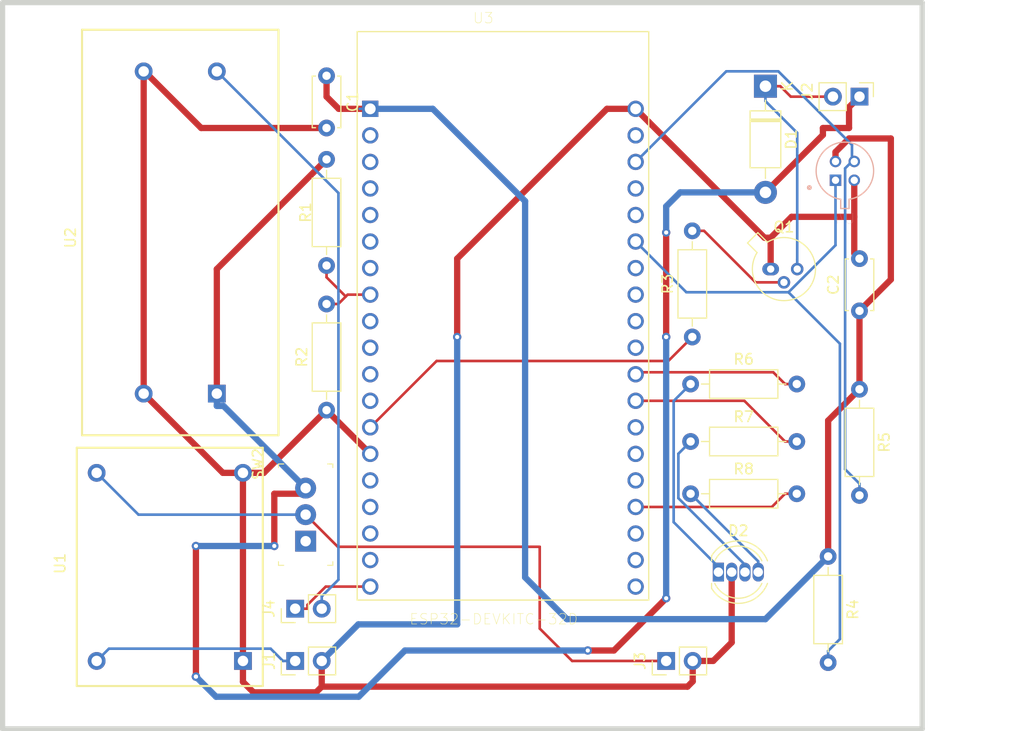
<source format=kicad_pcb>
(kicad_pcb (version 20171130) (host pcbnew 5.1.6-c6e7f7d~86~ubuntu18.04.1)

  (general
    (thickness 1.6)
    (drawings 4)
    (tracks 178)
    (zones 0)
    (modules 22)
    (nets 48)
  )

  (page A4)
  (layers
    (0 F.Cu signal)
    (31 B.Cu signal)
    (32 B.Adhes user)
    (33 F.Adhes user)
    (34 B.Paste user)
    (35 F.Paste user)
    (36 B.SilkS user)
    (37 F.SilkS user)
    (38 B.Mask user)
    (39 F.Mask user)
    (40 Dwgs.User user)
    (41 Cmts.User user)
    (42 Eco1.User user)
    (43 Eco2.User user)
    (44 Edge.Cuts user)
    (45 Margin user)
    (46 B.CrtYd user)
    (47 F.CrtYd user)
    (48 B.Fab user)
    (49 F.Fab user)
  )

  (setup
    (last_trace_width 0.25)
    (trace_clearance 0.2)
    (zone_clearance 0.508)
    (zone_45_only no)
    (trace_min 0.2)
    (via_size 0.8)
    (via_drill 0.4)
    (via_min_size 0.4)
    (via_min_drill 0.3)
    (uvia_size 0.3)
    (uvia_drill 0.1)
    (uvias_allowed no)
    (uvia_min_size 0.2)
    (uvia_min_drill 0.1)
    (edge_width 0.05)
    (segment_width 0.2)
    (pcb_text_width 0.3)
    (pcb_text_size 1.5 1.5)
    (mod_edge_width 0.12)
    (mod_text_size 1 1)
    (mod_text_width 0.15)
    (pad_size 1.524 1.524)
    (pad_drill 0.762)
    (pad_to_mask_clearance 0.05)
    (aux_axis_origin 0 0)
    (visible_elements FFFFFF7F)
    (pcbplotparams
      (layerselection 0x010fc_ffffffff)
      (usegerberextensions false)
      (usegerberattributes true)
      (usegerberadvancedattributes true)
      (creategerberjobfile true)
      (excludeedgelayer true)
      (linewidth 0.100000)
      (plotframeref false)
      (viasonmask false)
      (mode 1)
      (useauxorigin false)
      (hpglpennumber 1)
      (hpglpenspeed 20)
      (hpglpendiameter 15.000000)
      (psnegative false)
      (psa4output false)
      (plotreference true)
      (plotvalue true)
      (plotinvisibletext false)
      (padsonsilk false)
      (subtractmaskfromsilk false)
      (outputformat 1)
      (mirror false)
      (drillshape 1)
      (scaleselection 1)
      (outputdirectory ""))
  )

  (net 0 "")
  (net 1 +3V3)
  (net 2 GND)
  (net 3 "Net-(D1-Pad1)")
  (net 4 +BATT)
  (net 5 "Net-(D2-Pad3)")
  (net 6 "Net-(D2-Pad1)")
  (net 7 "Net-(J1-Pad1)")
  (net 8 "Net-(J3-Pad1)")
  (net 9 "Net-(J4-Pad2)")
  (net 10 "Net-(J4-Pad1)")
  (net 11 "Net-(Q1-Pad2)")
  (net 12 "Net-(R1-Pad2)")
  (net 13 "Net-(R3-Pad1)")
  (net 14 "Net-(R4-Pad2)")
  (net 15 "Net-(R5-Pad2)")
  (net 16 "Net-(R6-Pad2)")
  (net 17 "Net-(R7-Pad2)")
  (net 18 "Net-(R8-Pad2)")
  (net 19 "Net-(SW2-Pad1)")
  (net 20 "Net-(U3-Pad2)")
  (net 21 "Net-(U3-Pad3)")
  (net 22 "Net-(U3-Pad4)")
  (net 23 "Net-(U3-Pad5)")
  (net 24 "Net-(U3-Pad6)")
  (net 25 "Net-(U3-Pad7)")
  (net 26 "Net-(U3-Pad9)")
  (net 27 "Net-(U3-Pad10)")
  (net 28 "Net-(U3-Pad11)")
  (net 29 "Net-(U3-Pad12)")
  (net 30 "Net-(U3-Pad15)")
  (net 31 "Net-(U3-Pad16)")
  (net 32 "Net-(U3-Pad17)")
  (net 33 "Net-(U3-Pad18)")
  (net 34 "Net-(U3-Pad21)")
  (net 35 "Net-(U3-Pad23)")
  (net 36 "Net-(U3-Pad24)")
  (net 37 "Net-(U3-Pad26)")
  (net 38 "Net-(U3-Pad27)")
  (net 39 "Net-(U3-Pad28)")
  (net 40 "Net-(U3-Pad29)")
  (net 41 "Net-(U3-Pad32)")
  (net 42 "Net-(U3-Pad33)")
  (net 43 "Net-(U3-Pad34)")
  (net 44 "Net-(U3-Pad36)")
  (net 45 "Net-(U3-Pad37)")
  (net 46 "Net-(U3-Pad38)")
  (net 47 "Net-(D2-Pad4)")

  (net_class Default "This is the default net class."
    (clearance 0.2)
    (trace_width 0.25)
    (via_dia 0.8)
    (via_drill 0.4)
    (uvia_dia 0.3)
    (uvia_drill 0.1)
    (add_net +3V3)
    (add_net +BATT)
    (add_net GND)
    (add_net "Net-(D1-Pad1)")
    (add_net "Net-(D2-Pad1)")
    (add_net "Net-(D2-Pad3)")
    (add_net "Net-(D2-Pad4)")
    (add_net "Net-(J1-Pad1)")
    (add_net "Net-(J3-Pad1)")
    (add_net "Net-(J4-Pad1)")
    (add_net "Net-(J4-Pad2)")
    (add_net "Net-(Q1-Pad2)")
    (add_net "Net-(R1-Pad2)")
    (add_net "Net-(R3-Pad1)")
    (add_net "Net-(R4-Pad2)")
    (add_net "Net-(R5-Pad2)")
    (add_net "Net-(R6-Pad2)")
    (add_net "Net-(R7-Pad2)")
    (add_net "Net-(R8-Pad2)")
    (add_net "Net-(SW2-Pad1)")
    (add_net "Net-(U3-Pad10)")
    (add_net "Net-(U3-Pad11)")
    (add_net "Net-(U3-Pad12)")
    (add_net "Net-(U3-Pad15)")
    (add_net "Net-(U3-Pad16)")
    (add_net "Net-(U3-Pad17)")
    (add_net "Net-(U3-Pad18)")
    (add_net "Net-(U3-Pad2)")
    (add_net "Net-(U3-Pad21)")
    (add_net "Net-(U3-Pad23)")
    (add_net "Net-(U3-Pad24)")
    (add_net "Net-(U3-Pad26)")
    (add_net "Net-(U3-Pad27)")
    (add_net "Net-(U3-Pad28)")
    (add_net "Net-(U3-Pad29)")
    (add_net "Net-(U3-Pad3)")
    (add_net "Net-(U3-Pad32)")
    (add_net "Net-(U3-Pad33)")
    (add_net "Net-(U3-Pad34)")
    (add_net "Net-(U3-Pad36)")
    (add_net "Net-(U3-Pad37)")
    (add_net "Net-(U3-Pad38)")
    (add_net "Net-(U3-Pad4)")
    (add_net "Net-(U3-Pad5)")
    (add_net "Net-(U3-Pad6)")
    (add_net "Net-(U3-Pad7)")
    (add_net "Net-(U3-Pad9)")
  )

  (module LED_THT:LED_D5.0mm-4_RGB (layer F.Cu) (tedit 5B74EEBE) (tstamp 5EFCD4B9)
    (at 182.5 132.5)
    (descr "LED, diameter 5.0mm, 2 pins, diameter 5.0mm, 3 pins, diameter 5.0mm, 4 pins, http://www.kingbright.com/attachments/file/psearch/000/00/00/L-154A4SUREQBFZGEW(Ver.9A).pdf")
    (tags "LED diameter 5.0mm 2 pins diameter 5.0mm 3 pins diameter 5.0mm 4 pins RGB RGBLED")
    (path /5EFCFABD)
    (fp_text reference D2 (at 1.905 -3.96) (layer F.SilkS)
      (effects (font (size 1 1) (thickness 0.15)))
    )
    (fp_text value LED_RCGB (at 1.905 3.96) (layer F.Fab)
      (effects (font (size 1 1) (thickness 0.15)))
    )
    (fp_text user %R (at 1.905 -3.96) (layer F.Fab)
      (effects (font (size 1 1) (thickness 0.15)))
    )
    (fp_arc (start 1.905 0) (end -0.349684 1.08) (angle -128.8) (layer F.SilkS) (width 0.12))
    (fp_arc (start 1.905 0) (end -0.349684 -1.08) (angle 128.8) (layer F.SilkS) (width 0.12))
    (fp_arc (start 1.905 0) (end -0.655 1.54483) (angle -127.7) (layer F.SilkS) (width 0.12))
    (fp_arc (start 1.905 0) (end -0.655 -1.54483) (angle 127.7) (layer F.SilkS) (width 0.12))
    (fp_arc (start 1.905 0) (end -0.595 -1.469694) (angle 299.1) (layer F.Fab) (width 0.1))
    (fp_circle (center 1.905 0) (end 4.405 0) (layer F.Fab) (width 0.1))
    (fp_line (start -0.595 -1.469694) (end -0.595 1.469694) (layer F.Fab) (width 0.1))
    (fp_line (start -0.655 -1.545) (end -0.655 -1.08) (layer F.SilkS) (width 0.12))
    (fp_line (start -0.655 1.08) (end -0.655 1.545) (layer F.SilkS) (width 0.12))
    (fp_line (start -1.35 -3.25) (end -1.35 3.25) (layer F.CrtYd) (width 0.05))
    (fp_line (start -1.35 3.25) (end 5.15 3.25) (layer F.CrtYd) (width 0.05))
    (fp_line (start 5.15 3.25) (end 5.15 -3.25) (layer F.CrtYd) (width 0.05))
    (fp_line (start 5.15 -3.25) (end -1.35 -3.25) (layer F.CrtYd) (width 0.05))
    (pad 4 thru_hole oval (at 3.81 0) (size 1.07 1.8) (drill 0.9) (layers *.Cu *.Mask)
      (net 47 "Net-(D2-Pad4)"))
    (pad 3 thru_hole oval (at 2.54 0) (size 1.07 1.8) (drill 0.9) (layers *.Cu *.Mask)
      (net 5 "Net-(D2-Pad3)"))
    (pad 2 thru_hole oval (at 1.27 0) (size 1.07 1.8) (drill 0.9) (layers *.Cu *.Mask)
      (net 2 GND))
    (pad 1 thru_hole rect (at 0 0) (size 1.07 1.8) (drill 0.9) (layers *.Cu *.Mask)
      (net 6 "Net-(D2-Pad1)"))
    (model ${KISYS3DMOD}/LED_THT.3dshapes/LED_D5.0mm-4_RGB.wrl
      (at (xyz 0 0 0))
      (scale (xyz 1 1 1))
      (rotate (xyz 0 0 0))
    )
  )

  (module digikey-footprints:Switch_Toggle_ATE1D-2M3-10-Z (layer F.Cu) (tedit 5AF5AA84) (tstamp 5EF4F29E)
    (at 143 127 90)
    (descr https://www.nidec-copal-electronics.com/e/catalog/switch/ate.pdf)
    (path /5F19C24B)
    (fp_text reference SW2 (at 4.84 -4.55 90) (layer F.SilkS)
      (effects (font (size 1 1) (thickness 0.15)))
    )
    (fp_text value SW_SPDT (at 4.65 4.82 90) (layer F.Fab)
      (effects (font (size 1 1) (thickness 0.15)))
    )
    (fp_line (start -4.75 -2.5) (end -4.75 2.5) (layer F.Fab) (width 0.1))
    (fp_line (start 4.75 -2.5) (end 4.75 2.5) (layer F.Fab) (width 0.1))
    (fp_line (start -4.75 -2.5) (end 4.75 -2.5) (layer F.Fab) (width 0.1))
    (fp_line (start -4.75 2.5) (end 4.75 2.5) (layer F.Fab) (width 0.1))
    (fp_line (start -4.85 -2.6) (end -4.5 -2.6) (layer F.SilkS) (width 0.1))
    (fp_line (start -4.85 -2.6) (end -4.85 -2.1) (layer F.SilkS) (width 0.1))
    (fp_line (start 4.85 -2.6) (end 4.5 -2.6) (layer F.SilkS) (width 0.1))
    (fp_line (start 4.85 -2.6) (end 4.85 -2.1) (layer F.SilkS) (width 0.1))
    (fp_line (start 4.85 2.6) (end 4.85 2.1) (layer F.SilkS) (width 0.1))
    (fp_line (start 4.85 2.6) (end 4.5 2.6) (layer F.SilkS) (width 0.1))
    (fp_line (start -4.85 2.6) (end -4.5 2.6) (layer F.SilkS) (width 0.1))
    (fp_line (start -4.85 2.6) (end -4.85 2.1) (layer F.SilkS) (width 0.1))
    (fp_line (start 5 -2.75) (end 5 2.75) (layer F.CrtYd) (width 0.05))
    (fp_line (start -5 2.75) (end -5 -2.75) (layer F.CrtYd) (width 0.05))
    (fp_line (start -5 -2.75) (end 5 -2.75) (layer F.CrtYd) (width 0.05))
    (fp_line (start -5 2.75) (end 5 2.75) (layer F.CrtYd) (width 0.05))
    (fp_circle (center 0.01 0) (end 1.46 1.15) (layer F.Fab) (width 0.15))
    (fp_text user %R (at 4.7 0 90) (layer F.Fab)
      (effects (font (size 1 1) (thickness 0.15)))
    )
    (pad 3 thru_hole circle (at 2.54 0 90) (size 2 2) (drill 1) (layers *.Cu *.Mask)
      (net 4 +BATT))
    (pad 2 thru_hole circle (at 0 0 90) (size 2 2) (drill 1) (layers *.Cu *.Mask)
      (net 8 "Net-(J3-Pad1)"))
    (pad 1 thru_hole rect (at -2.54 0 90) (size 2 2) (drill 1) (layers *.Cu *.Mask)
      (net 19 "Net-(SW2-Pad1)"))
    (model :mod3d:MINI-SPDT-SW--3DModel-STEP-56544.STEP
      (at (xyz 0 0 0))
      (scale (xyz 1 1 1))
      (rotate (xyz -90 0 0))
    )
  )

  (module Capacitor_THT:C_Disc_D4.7mm_W2.5mm_P5.00mm (layer F.Cu) (tedit 5AE50EF0) (tstamp 5EF4F117)
    (at 145 85 270)
    (descr "C, Disc series, Radial, pin pitch=5.00mm, , diameter*width=4.7*2.5mm^2, Capacitor, http://www.vishay.com/docs/45233/krseries.pdf")
    (tags "C Disc series Radial pin pitch 5.00mm  diameter 4.7mm width 2.5mm Capacitor")
    (path /5EF70F83)
    (fp_text reference C1 (at 2.5 -2.5 90) (layer F.SilkS)
      (effects (font (size 1 1) (thickness 0.15)))
    )
    (fp_text value 100nF (at 2.5 2.5 90) (layer F.Fab)
      (effects (font (size 1 1) (thickness 0.15)))
    )
    (fp_line (start 0.15 -1.25) (end 0.15 1.25) (layer F.Fab) (width 0.1))
    (fp_line (start 0.15 1.25) (end 4.85 1.25) (layer F.Fab) (width 0.1))
    (fp_line (start 4.85 1.25) (end 4.85 -1.25) (layer F.Fab) (width 0.1))
    (fp_line (start 4.85 -1.25) (end 0.15 -1.25) (layer F.Fab) (width 0.1))
    (fp_line (start 0.03 -1.37) (end 4.97 -1.37) (layer F.SilkS) (width 0.12))
    (fp_line (start 0.03 1.37) (end 4.97 1.37) (layer F.SilkS) (width 0.12))
    (fp_line (start 0.03 -1.37) (end 0.03 -1.055) (layer F.SilkS) (width 0.12))
    (fp_line (start 0.03 1.055) (end 0.03 1.37) (layer F.SilkS) (width 0.12))
    (fp_line (start 4.97 -1.37) (end 4.97 -1.055) (layer F.SilkS) (width 0.12))
    (fp_line (start 4.97 1.055) (end 4.97 1.37) (layer F.SilkS) (width 0.12))
    (fp_line (start -1.05 -1.5) (end -1.05 1.5) (layer F.CrtYd) (width 0.05))
    (fp_line (start -1.05 1.5) (end 6.05 1.5) (layer F.CrtYd) (width 0.05))
    (fp_line (start 6.05 1.5) (end 6.05 -1.5) (layer F.CrtYd) (width 0.05))
    (fp_line (start 6.05 -1.5) (end -1.05 -1.5) (layer F.CrtYd) (width 0.05))
    (fp_text user %R (at 2.5 0 90) (layer F.Fab)
      (effects (font (size 0.94 0.94) (thickness 0.141)))
    )
    (pad 1 thru_hole circle (at 0 0 270) (size 1.6 1.6) (drill 0.8) (layers *.Cu *.Mask)
      (net 1 +3V3))
    (pad 2 thru_hole circle (at 5 0 270) (size 1.6 1.6) (drill 0.8) (layers *.Cu *.Mask)
      (net 2 GND))
    (model ${KISYS3DMOD}/Capacitor_THT.3dshapes/C_Disc_D4.7mm_W2.5mm_P5.00mm.wrl
      (at (xyz 0 0 0))
      (scale (xyz 1 1 1))
      (rotate (xyz 0 0 0))
    )
  )

  (module Capacitor_THT:C_Disc_D4.7mm_W2.5mm_P5.00mm (layer F.Cu) (tedit 5AE50EF0) (tstamp 5EF4F12C)
    (at 196 107.5 90)
    (descr "C, Disc series, Radial, pin pitch=5.00mm, , diameter*width=4.7*2.5mm^2, Capacitor, http://www.vishay.com/docs/45233/krseries.pdf")
    (tags "C Disc series Radial pin pitch 5.00mm  diameter 4.7mm width 2.5mm Capacitor")
    (path /5EF4FBDE)
    (fp_text reference C2 (at 2.5 -2.5 90) (layer F.SilkS)
      (effects (font (size 1 1) (thickness 0.15)))
    )
    (fp_text value 100nF (at 2.5 2.5 90) (layer F.Fab)
      (effects (font (size 1 1) (thickness 0.15)))
    )
    (fp_line (start 6.05 -1.5) (end -1.05 -1.5) (layer F.CrtYd) (width 0.05))
    (fp_line (start 6.05 1.5) (end 6.05 -1.5) (layer F.CrtYd) (width 0.05))
    (fp_line (start -1.05 1.5) (end 6.05 1.5) (layer F.CrtYd) (width 0.05))
    (fp_line (start -1.05 -1.5) (end -1.05 1.5) (layer F.CrtYd) (width 0.05))
    (fp_line (start 4.97 1.055) (end 4.97 1.37) (layer F.SilkS) (width 0.12))
    (fp_line (start 4.97 -1.37) (end 4.97 -1.055) (layer F.SilkS) (width 0.12))
    (fp_line (start 0.03 1.055) (end 0.03 1.37) (layer F.SilkS) (width 0.12))
    (fp_line (start 0.03 -1.37) (end 0.03 -1.055) (layer F.SilkS) (width 0.12))
    (fp_line (start 0.03 1.37) (end 4.97 1.37) (layer F.SilkS) (width 0.12))
    (fp_line (start 0.03 -1.37) (end 4.97 -1.37) (layer F.SilkS) (width 0.12))
    (fp_line (start 4.85 -1.25) (end 0.15 -1.25) (layer F.Fab) (width 0.1))
    (fp_line (start 4.85 1.25) (end 4.85 -1.25) (layer F.Fab) (width 0.1))
    (fp_line (start 0.15 1.25) (end 4.85 1.25) (layer F.Fab) (width 0.1))
    (fp_line (start 0.15 -1.25) (end 0.15 1.25) (layer F.Fab) (width 0.1))
    (fp_text user %R (at 2.5 0 90) (layer F.Fab)
      (effects (font (size 0.94 0.94) (thickness 0.141)))
    )
    (pad 2 thru_hole circle (at 5 0 90) (size 1.6 1.6) (drill 0.8) (layers *.Cu *.Mask)
      (net 2 GND))
    (pad 1 thru_hole circle (at 0 0 90) (size 1.6 1.6) (drill 0.8) (layers *.Cu *.Mask)
      (net 1 +3V3))
    (model ${KISYS3DMOD}/Capacitor_THT.3dshapes/C_Disc_D4.7mm_W2.5mm_P5.00mm.wrl
      (at (xyz 0 0 0))
      (scale (xyz 1 1 1))
      (rotate (xyz 0 0 0))
    )
  )

  (module Diode_THT:D_DO-41_SOD81_P10.16mm_Horizontal (layer F.Cu) (tedit 5AE50CD5) (tstamp 5EF4F14B)
    (at 187 86 270)
    (descr "Diode, DO-41_SOD81 series, Axial, Horizontal, pin pitch=10.16mm, , length*diameter=5.2*2.7mm^2, , http://www.diodes.com/_files/packages/DO-41%20(Plastic).pdf")
    (tags "Diode DO-41_SOD81 series Axial Horizontal pin pitch 10.16mm  length 5.2mm diameter 2.7mm")
    (path /5EF90837)
    (fp_text reference D1 (at 5.08 -2.47 90) (layer F.SilkS)
      (effects (font (size 1 1) (thickness 0.15)))
    )
    (fp_text value 1N4001 (at 5.08 2.47 90) (layer F.Fab)
      (effects (font (size 1 1) (thickness 0.15)))
    )
    (fp_line (start 2.48 -1.35) (end 2.48 1.35) (layer F.Fab) (width 0.1))
    (fp_line (start 2.48 1.35) (end 7.68 1.35) (layer F.Fab) (width 0.1))
    (fp_line (start 7.68 1.35) (end 7.68 -1.35) (layer F.Fab) (width 0.1))
    (fp_line (start 7.68 -1.35) (end 2.48 -1.35) (layer F.Fab) (width 0.1))
    (fp_line (start 0 0) (end 2.48 0) (layer F.Fab) (width 0.1))
    (fp_line (start 10.16 0) (end 7.68 0) (layer F.Fab) (width 0.1))
    (fp_line (start 3.26 -1.35) (end 3.26 1.35) (layer F.Fab) (width 0.1))
    (fp_line (start 3.36 -1.35) (end 3.36 1.35) (layer F.Fab) (width 0.1))
    (fp_line (start 3.16 -1.35) (end 3.16 1.35) (layer F.Fab) (width 0.1))
    (fp_line (start 2.36 -1.47) (end 2.36 1.47) (layer F.SilkS) (width 0.12))
    (fp_line (start 2.36 1.47) (end 7.8 1.47) (layer F.SilkS) (width 0.12))
    (fp_line (start 7.8 1.47) (end 7.8 -1.47) (layer F.SilkS) (width 0.12))
    (fp_line (start 7.8 -1.47) (end 2.36 -1.47) (layer F.SilkS) (width 0.12))
    (fp_line (start 1.34 0) (end 2.36 0) (layer F.SilkS) (width 0.12))
    (fp_line (start 8.82 0) (end 7.8 0) (layer F.SilkS) (width 0.12))
    (fp_line (start 3.26 -1.47) (end 3.26 1.47) (layer F.SilkS) (width 0.12))
    (fp_line (start 3.38 -1.47) (end 3.38 1.47) (layer F.SilkS) (width 0.12))
    (fp_line (start 3.14 -1.47) (end 3.14 1.47) (layer F.SilkS) (width 0.12))
    (fp_line (start -1.35 -1.6) (end -1.35 1.6) (layer F.CrtYd) (width 0.05))
    (fp_line (start -1.35 1.6) (end 11.51 1.6) (layer F.CrtYd) (width 0.05))
    (fp_line (start 11.51 1.6) (end 11.51 -1.6) (layer F.CrtYd) (width 0.05))
    (fp_line (start 11.51 -1.6) (end -1.35 -1.6) (layer F.CrtYd) (width 0.05))
    (fp_text user %R (at 5.47 0 90) (layer F.Fab)
      (effects (font (size 1 1) (thickness 0.15)))
    )
    (fp_text user K (at 0 -2.1 90) (layer F.Fab)
      (effects (font (size 1 1) (thickness 0.15)))
    )
    (fp_text user K (at 0 -2.1 90) (layer F.SilkS)
      (effects (font (size 1 1) (thickness 0.15)))
    )
    (pad 1 thru_hole rect (at 0 0 270) (size 2.2 2.2) (drill 1.1) (layers *.Cu *.Mask)
      (net 3 "Net-(D1-Pad1)"))
    (pad 2 thru_hole oval (at 10.16 0 270) (size 2.2 2.2) (drill 1.1) (layers *.Cu *.Mask)
      (net 4 +BATT))
    (model ${KISYS3DMOD}/Diode_THT.3dshapes/D_DO-41_SOD81_P10.16mm_Horizontal.wrl
      (at (xyz 0 0 0))
      (scale (xyz 1 1 1))
      (rotate (xyz 0 0 0))
    )
  )

  (module Connector_PinHeader_2.54mm:PinHeader_1x02_P2.54mm_Vertical (layer F.Cu) (tedit 59FED5CC) (tstamp 5EF4F176)
    (at 142 141 90)
    (descr "Through hole straight pin header, 1x02, 2.54mm pitch, single row")
    (tags "Through hole pin header THT 1x02 2.54mm single row")
    (path /5F008508)
    (fp_text reference J1 (at 0 -2.46 90) (layer F.SilkS)
      (effects (font (size 1 1) (thickness 0.15)))
    )
    (fp_text value Cargador (at 0 4.87 90) (layer F.Fab)
      (effects (font (size 1 1) (thickness 0.15)))
    )
    (fp_line (start 1.8 -1.8) (end -1.8 -1.8) (layer F.CrtYd) (width 0.05))
    (fp_line (start 1.8 4.35) (end 1.8 -1.8) (layer F.CrtYd) (width 0.05))
    (fp_line (start -1.8 4.35) (end 1.8 4.35) (layer F.CrtYd) (width 0.05))
    (fp_line (start -1.8 -1.8) (end -1.8 4.35) (layer F.CrtYd) (width 0.05))
    (fp_line (start -1.33 -1.33) (end 0 -1.33) (layer F.SilkS) (width 0.12))
    (fp_line (start -1.33 0) (end -1.33 -1.33) (layer F.SilkS) (width 0.12))
    (fp_line (start -1.33 1.27) (end 1.33 1.27) (layer F.SilkS) (width 0.12))
    (fp_line (start 1.33 1.27) (end 1.33 3.87) (layer F.SilkS) (width 0.12))
    (fp_line (start -1.33 1.27) (end -1.33 3.87) (layer F.SilkS) (width 0.12))
    (fp_line (start -1.33 3.87) (end 1.33 3.87) (layer F.SilkS) (width 0.12))
    (fp_line (start -1.27 -0.635) (end -0.635 -1.27) (layer F.Fab) (width 0.1))
    (fp_line (start -1.27 3.81) (end -1.27 -0.635) (layer F.Fab) (width 0.1))
    (fp_line (start 1.27 3.81) (end -1.27 3.81) (layer F.Fab) (width 0.1))
    (fp_line (start 1.27 -1.27) (end 1.27 3.81) (layer F.Fab) (width 0.1))
    (fp_line (start -0.635 -1.27) (end 1.27 -1.27) (layer F.Fab) (width 0.1))
    (fp_text user %R (at 0 1.27) (layer F.Fab)
      (effects (font (size 1 1) (thickness 0.15)))
    )
    (pad 2 thru_hole oval (at 0 2.54 90) (size 1.7 1.7) (drill 1) (layers *.Cu *.Mask)
      (net 2 GND))
    (pad 1 thru_hole rect (at 0 0 90) (size 1.7 1.7) (drill 1) (layers *.Cu *.Mask)
      (net 7 "Net-(J1-Pad1)"))
    (model ${KISYS3DMOD}/Connector_PinHeader_2.54mm.3dshapes/PinHeader_1x02_P2.54mm_Vertical.wrl
      (at (xyz 0 0 0))
      (scale (xyz 1 1 1))
      (rotate (xyz 0 0 0))
    )
  )

  (module Connector_PinHeader_2.54mm:PinHeader_1x02_P2.54mm_Vertical (layer F.Cu) (tedit 59FED5CC) (tstamp 5EF4F18C)
    (at 196 87 270)
    (descr "Through hole straight pin header, 1x02, 2.54mm pitch, single row")
    (tags "Through hole pin header THT 1x02 2.54mm single row")
    (path /5EF97A7A)
    (fp_text reference J2 (at -0.5 5 90) (layer F.SilkS)
      (effects (font (size 1 1) (thickness 0.15)))
    )
    (fp_text value Altavoz (at 0 4.87 90) (layer F.Fab)
      (effects (font (size 1 1) (thickness 0.15)))
    )
    (fp_line (start -0.635 -1.27) (end 1.27 -1.27) (layer F.Fab) (width 0.1))
    (fp_line (start 1.27 -1.27) (end 1.27 3.81) (layer F.Fab) (width 0.1))
    (fp_line (start 1.27 3.81) (end -1.27 3.81) (layer F.Fab) (width 0.1))
    (fp_line (start -1.27 3.81) (end -1.27 -0.635) (layer F.Fab) (width 0.1))
    (fp_line (start -1.27 -0.635) (end -0.635 -1.27) (layer F.Fab) (width 0.1))
    (fp_line (start -1.33 3.87) (end 1.33 3.87) (layer F.SilkS) (width 0.12))
    (fp_line (start -1.33 1.27) (end -1.33 3.87) (layer F.SilkS) (width 0.12))
    (fp_line (start 1.33 1.27) (end 1.33 3.87) (layer F.SilkS) (width 0.12))
    (fp_line (start -1.33 1.27) (end 1.33 1.27) (layer F.SilkS) (width 0.12))
    (fp_line (start -1.33 0) (end -1.33 -1.33) (layer F.SilkS) (width 0.12))
    (fp_line (start -1.33 -1.33) (end 0 -1.33) (layer F.SilkS) (width 0.12))
    (fp_line (start -1.8 -1.8) (end -1.8 4.35) (layer F.CrtYd) (width 0.05))
    (fp_line (start -1.8 4.35) (end 1.8 4.35) (layer F.CrtYd) (width 0.05))
    (fp_line (start 1.8 4.35) (end 1.8 -1.8) (layer F.CrtYd) (width 0.05))
    (fp_line (start 1.8 -1.8) (end -1.8 -1.8) (layer F.CrtYd) (width 0.05))
    (fp_text user %R (at 0 1.27) (layer F.Fab)
      (effects (font (size 1 1) (thickness 0.15)))
    )
    (pad 1 thru_hole rect (at 0 0 270) (size 1.7 1.7) (drill 1) (layers *.Cu *.Mask)
      (net 4 +BATT))
    (pad 2 thru_hole oval (at 0 2.54 270) (size 1.7 1.7) (drill 1) (layers *.Cu *.Mask)
      (net 3 "Net-(D1-Pad1)"))
    (model ${KISYS3DMOD}/Connector_PinHeader_2.54mm.3dshapes/PinHeader_1x02_P2.54mm_Vertical.wrl
      (at (xyz 0 0 0))
      (scale (xyz 1 1 1))
      (rotate (xyz 0 0 0))
    )
  )

  (module Connector_PinHeader_2.54mm:PinHeader_1x02_P2.54mm_Vertical (layer F.Cu) (tedit 59FED5CC) (tstamp 5EF4F1A2)
    (at 177.5 141 90)
    (descr "Through hole straight pin header, 1x02, 2.54mm pitch, single row")
    (tags "Through hole pin header THT 1x02 2.54mm single row")
    (path /5F12A9B7)
    (fp_text reference J3 (at 0 -2.5 90) (layer F.SilkS)
      (effects (font (size 1 1) (thickness 0.15)))
    )
    (fp_text value Bateria (at 0 4.87 90) (layer F.Fab)
      (effects (font (size 1 1) (thickness 0.15)))
    )
    (fp_line (start -0.635 -1.27) (end 1.27 -1.27) (layer F.Fab) (width 0.1))
    (fp_line (start 1.27 -1.27) (end 1.27 3.81) (layer F.Fab) (width 0.1))
    (fp_line (start 1.27 3.81) (end -1.27 3.81) (layer F.Fab) (width 0.1))
    (fp_line (start -1.27 3.81) (end -1.27 -0.635) (layer F.Fab) (width 0.1))
    (fp_line (start -1.27 -0.635) (end -0.635 -1.27) (layer F.Fab) (width 0.1))
    (fp_line (start -1.33 3.87) (end 1.33 3.87) (layer F.SilkS) (width 0.12))
    (fp_line (start -1.33 1.27) (end -1.33 3.87) (layer F.SilkS) (width 0.12))
    (fp_line (start 1.33 1.27) (end 1.33 3.87) (layer F.SilkS) (width 0.12))
    (fp_line (start -1.33 1.27) (end 1.33 1.27) (layer F.SilkS) (width 0.12))
    (fp_line (start -1.33 0) (end -1.33 -1.33) (layer F.SilkS) (width 0.12))
    (fp_line (start -1.33 -1.33) (end 0 -1.33) (layer F.SilkS) (width 0.12))
    (fp_line (start -1.8 -1.8) (end -1.8 4.35) (layer F.CrtYd) (width 0.05))
    (fp_line (start -1.8 4.35) (end 1.8 4.35) (layer F.CrtYd) (width 0.05))
    (fp_line (start 1.8 4.35) (end 1.8 -1.8) (layer F.CrtYd) (width 0.05))
    (fp_line (start 1.8 -1.8) (end -1.8 -1.8) (layer F.CrtYd) (width 0.05))
    (fp_text user %R (at 0 1.27) (layer F.Fab)
      (effects (font (size 1 1) (thickness 0.15)))
    )
    (pad 1 thru_hole rect (at 0 0 90) (size 1.7 1.7) (drill 1) (layers *.Cu *.Mask)
      (net 8 "Net-(J3-Pad1)"))
    (pad 2 thru_hole oval (at 0 2.54 90) (size 1.7 1.7) (drill 1) (layers *.Cu *.Mask)
      (net 2 GND))
    (model ${KISYS3DMOD}/Connector_PinHeader_2.54mm.3dshapes/PinHeader_1x02_P2.54mm_Vertical.wrl
      (at (xyz 0 0 0))
      (scale (xyz 1 1 1))
      (rotate (xyz 0 0 0))
    )
  )

  (module Connector_PinHeader_2.54mm:PinHeader_1x02_P2.54mm_Vertical (layer F.Cu) (tedit 59FED5CC) (tstamp 5EF4F1B8)
    (at 142 136 90)
    (descr "Through hole straight pin header, 1x02, 2.54mm pitch, single row")
    (tags "Through hole pin header THT 1x02 2.54mm single row")
    (path /5F129439)
    (fp_text reference J4 (at 0 -2.5 90) (layer F.SilkS)
      (effects (font (size 1 1) (thickness 0.15)))
    )
    (fp_text value Strap (at 0 4.87 90) (layer F.Fab)
      (effects (font (size 1 1) (thickness 0.15)))
    )
    (fp_line (start 1.8 -1.8) (end -1.8 -1.8) (layer F.CrtYd) (width 0.05))
    (fp_line (start 1.8 4.35) (end 1.8 -1.8) (layer F.CrtYd) (width 0.05))
    (fp_line (start -1.8 4.35) (end 1.8 4.35) (layer F.CrtYd) (width 0.05))
    (fp_line (start -1.8 -1.8) (end -1.8 4.35) (layer F.CrtYd) (width 0.05))
    (fp_line (start -1.33 -1.33) (end 0 -1.33) (layer F.SilkS) (width 0.12))
    (fp_line (start -1.33 0) (end -1.33 -1.33) (layer F.SilkS) (width 0.12))
    (fp_line (start -1.33 1.27) (end 1.33 1.27) (layer F.SilkS) (width 0.12))
    (fp_line (start 1.33 1.27) (end 1.33 3.87) (layer F.SilkS) (width 0.12))
    (fp_line (start -1.33 1.27) (end -1.33 3.87) (layer F.SilkS) (width 0.12))
    (fp_line (start -1.33 3.87) (end 1.33 3.87) (layer F.SilkS) (width 0.12))
    (fp_line (start -1.27 -0.635) (end -0.635 -1.27) (layer F.Fab) (width 0.1))
    (fp_line (start -1.27 3.81) (end -1.27 -0.635) (layer F.Fab) (width 0.1))
    (fp_line (start 1.27 3.81) (end -1.27 3.81) (layer F.Fab) (width 0.1))
    (fp_line (start 1.27 -1.27) (end 1.27 3.81) (layer F.Fab) (width 0.1))
    (fp_line (start -0.635 -1.27) (end 1.27 -1.27) (layer F.Fab) (width 0.1))
    (fp_text user %R (at 0 1.27) (layer F.Fab)
      (effects (font (size 1 1) (thickness 0.15)))
    )
    (pad 2 thru_hole oval (at 0 2.54 90) (size 1.7 1.7) (drill 1) (layers *.Cu *.Mask)
      (net 9 "Net-(J4-Pad2)"))
    (pad 1 thru_hole rect (at 0 0 90) (size 1.7 1.7) (drill 1) (layers *.Cu *.Mask)
      (net 10 "Net-(J4-Pad1)"))
    (model ${KISYS3DMOD}/Connector_PinHeader_2.54mm.3dshapes/PinHeader_1x02_P2.54mm_Vertical.wrl
      (at (xyz 0 0 0))
      (scale (xyz 1 1 1))
      (rotate (xyz 0 0 0))
    )
  )

  (module Package_TO_SOT_THT:TO-18-3 (layer F.Cu) (tedit 5A02FF81) (tstamp 5EF4F1CD)
    (at 187.5 103.5)
    (descr TO-18-3)
    (tags TO-18-3)
    (path /5EF8E2BD)
    (fp_text reference Q1 (at 1.27 -4.02) (layer F.SilkS)
      (effects (font (size 1 1) (thickness 0.15)))
    )
    (fp_text value BC107 (at 1.27 4.02) (layer F.Fab)
      (effects (font (size 1 1) (thickness 0.15)))
    )
    (fp_line (start -0.329057 -2.419301) (end -1.156372 -3.246616) (layer F.Fab) (width 0.1))
    (fp_line (start -1.156372 -3.246616) (end -1.976616 -2.426372) (layer F.Fab) (width 0.1))
    (fp_line (start -1.976616 -2.426372) (end -1.149301 -1.599057) (layer F.Fab) (width 0.1))
    (fp_line (start -0.312331 -2.572281) (end -1.224499 -3.484448) (layer F.SilkS) (width 0.12))
    (fp_line (start -1.224499 -3.484448) (end -2.214448 -2.494499) (layer F.SilkS) (width 0.12))
    (fp_line (start -2.214448 -2.494499) (end -1.302281 -1.582331) (layer F.SilkS) (width 0.12))
    (fp_line (start -2.23 -3.5) (end -2.23 3.15) (layer F.CrtYd) (width 0.05))
    (fp_line (start -2.23 3.15) (end 4.42 3.15) (layer F.CrtYd) (width 0.05))
    (fp_line (start 4.42 3.15) (end 4.42 -3.5) (layer F.CrtYd) (width 0.05))
    (fp_line (start 4.42 -3.5) (end -2.23 -3.5) (layer F.CrtYd) (width 0.05))
    (fp_circle (center 1.27 0) (end 3.67 0) (layer F.Fab) (width 0.1))
    (fp_text user %R (at 1.27 -4.02) (layer F.Fab)
      (effects (font (size 1 1) (thickness 0.15)))
    )
    (fp_arc (start 1.27 0) (end -0.329057 -2.419301) (angle 336.9) (layer F.Fab) (width 0.1))
    (fp_arc (start 1.27 0) (end -0.312331 -2.572281) (angle 333.2) (layer F.SilkS) (width 0.12))
    (pad 1 thru_hole oval (at 0 0) (size 1.6 1.2) (drill 0.7) (layers *.Cu *.Mask)
      (net 2 GND))
    (pad 2 thru_hole oval (at 1.27 1.27) (size 1.2 1.2) (drill 0.7) (layers *.Cu *.Mask)
      (net 11 "Net-(Q1-Pad2)"))
    (pad 3 thru_hole oval (at 2.54 0) (size 1.2 1.2) (drill 0.7) (layers *.Cu *.Mask)
      (net 3 "Net-(D1-Pad1)"))
    (model ${KISYS3DMOD}/Package_TO_SOT_THT.3dshapes/TO-18-3.wrl
      (at (xyz 0 0 0))
      (scale (xyz 1 1 1))
      (rotate (xyz 0 0 0))
    )
  )

  (module Resistor_THT:R_Axial_DIN0207_L6.3mm_D2.5mm_P10.16mm_Horizontal (layer F.Cu) (tedit 5AE5139B) (tstamp 5EF4F1E4)
    (at 145 93 270)
    (descr "Resistor, Axial_DIN0207 series, Axial, Horizontal, pin pitch=10.16mm, 0.25W = 1/4W, length*diameter=6.3*2.5mm^2, http://cdn-reichelt.de/documents/datenblatt/B400/1_4W%23YAG.pdf")
    (tags "Resistor Axial_DIN0207 series Axial Horizontal pin pitch 10.16mm 0.25W = 1/4W length 6.3mm diameter 2.5mm")
    (path /5EF8236D)
    (fp_text reference R1 (at 5.08 2 90) (layer F.SilkS)
      (effects (font (size 1 1) (thickness 0.15)))
    )
    (fp_text value 10K (at 5.08 2.37 90) (layer F.Fab)
      (effects (font (size 1 1) (thickness 0.15)))
    )
    (fp_line (start 11.21 -1.5) (end -1.05 -1.5) (layer F.CrtYd) (width 0.05))
    (fp_line (start 11.21 1.5) (end 11.21 -1.5) (layer F.CrtYd) (width 0.05))
    (fp_line (start -1.05 1.5) (end 11.21 1.5) (layer F.CrtYd) (width 0.05))
    (fp_line (start -1.05 -1.5) (end -1.05 1.5) (layer F.CrtYd) (width 0.05))
    (fp_line (start 9.12 0) (end 8.35 0) (layer F.SilkS) (width 0.12))
    (fp_line (start 1.04 0) (end 1.81 0) (layer F.SilkS) (width 0.12))
    (fp_line (start 8.35 -1.37) (end 1.81 -1.37) (layer F.SilkS) (width 0.12))
    (fp_line (start 8.35 1.37) (end 8.35 -1.37) (layer F.SilkS) (width 0.12))
    (fp_line (start 1.81 1.37) (end 8.35 1.37) (layer F.SilkS) (width 0.12))
    (fp_line (start 1.81 -1.37) (end 1.81 1.37) (layer F.SilkS) (width 0.12))
    (fp_line (start 10.16 0) (end 8.23 0) (layer F.Fab) (width 0.1))
    (fp_line (start 0 0) (end 1.93 0) (layer F.Fab) (width 0.1))
    (fp_line (start 8.23 -1.25) (end 1.93 -1.25) (layer F.Fab) (width 0.1))
    (fp_line (start 8.23 1.25) (end 8.23 -1.25) (layer F.Fab) (width 0.1))
    (fp_line (start 1.93 1.25) (end 8.23 1.25) (layer F.Fab) (width 0.1))
    (fp_line (start 1.93 -1.25) (end 1.93 1.25) (layer F.Fab) (width 0.1))
    (fp_text user %R (at 5.08 0 90) (layer F.Fab)
      (effects (font (size 1 1) (thickness 0.15)))
    )
    (pad 2 thru_hole oval (at 10.16 0 270) (size 1.6 1.6) (drill 0.8) (layers *.Cu *.Mask)
      (net 12 "Net-(R1-Pad2)"))
    (pad 1 thru_hole circle (at 0 0 270) (size 1.6 1.6) (drill 0.8) (layers *.Cu *.Mask)
      (net 4 +BATT))
    (model ${KISYS3DMOD}/Resistor_THT.3dshapes/R_Axial_DIN0207_L6.3mm_D2.5mm_P10.16mm_Horizontal.wrl
      (at (xyz 0 0 0))
      (scale (xyz 1 1 1))
      (rotate (xyz 0 0 0))
    )
  )

  (module Resistor_THT:R_Axial_DIN0207_L6.3mm_D2.5mm_P10.16mm_Horizontal (layer F.Cu) (tedit 5AE5139B) (tstamp 5EF4F1FB)
    (at 145 117 90)
    (descr "Resistor, Axial_DIN0207 series, Axial, Horizontal, pin pitch=10.16mm, 0.25W = 1/4W, length*diameter=6.3*2.5mm^2, http://cdn-reichelt.de/documents/datenblatt/B400/1_4W%23YAG.pdf")
    (tags "Resistor Axial_DIN0207 series Axial Horizontal pin pitch 10.16mm 0.25W = 1/4W length 6.3mm diameter 2.5mm")
    (path /5EF7D0EF)
    (fp_text reference R2 (at 5.08 -2.37 90) (layer F.SilkS)
      (effects (font (size 1 1) (thickness 0.15)))
    )
    (fp_text value 2K2 (at 5.08 2.37 90) (layer F.Fab)
      (effects (font (size 1 1) (thickness 0.15)))
    )
    (fp_line (start 1.93 -1.25) (end 1.93 1.25) (layer F.Fab) (width 0.1))
    (fp_line (start 1.93 1.25) (end 8.23 1.25) (layer F.Fab) (width 0.1))
    (fp_line (start 8.23 1.25) (end 8.23 -1.25) (layer F.Fab) (width 0.1))
    (fp_line (start 8.23 -1.25) (end 1.93 -1.25) (layer F.Fab) (width 0.1))
    (fp_line (start 0 0) (end 1.93 0) (layer F.Fab) (width 0.1))
    (fp_line (start 10.16 0) (end 8.23 0) (layer F.Fab) (width 0.1))
    (fp_line (start 1.81 -1.37) (end 1.81 1.37) (layer F.SilkS) (width 0.12))
    (fp_line (start 1.81 1.37) (end 8.35 1.37) (layer F.SilkS) (width 0.12))
    (fp_line (start 8.35 1.37) (end 8.35 -1.37) (layer F.SilkS) (width 0.12))
    (fp_line (start 8.35 -1.37) (end 1.81 -1.37) (layer F.SilkS) (width 0.12))
    (fp_line (start 1.04 0) (end 1.81 0) (layer F.SilkS) (width 0.12))
    (fp_line (start 9.12 0) (end 8.35 0) (layer F.SilkS) (width 0.12))
    (fp_line (start -1.05 -1.5) (end -1.05 1.5) (layer F.CrtYd) (width 0.05))
    (fp_line (start -1.05 1.5) (end 11.21 1.5) (layer F.CrtYd) (width 0.05))
    (fp_line (start 11.21 1.5) (end 11.21 -1.5) (layer F.CrtYd) (width 0.05))
    (fp_line (start 11.21 -1.5) (end -1.05 -1.5) (layer F.CrtYd) (width 0.05))
    (fp_text user %R (at 5.08 0 90) (layer F.Fab)
      (effects (font (size 1 1) (thickness 0.15)))
    )
    (pad 1 thru_hole circle (at 0 0 90) (size 1.6 1.6) (drill 0.8) (layers *.Cu *.Mask)
      (net 2 GND))
    (pad 2 thru_hole oval (at 10.16 0 90) (size 1.6 1.6) (drill 0.8) (layers *.Cu *.Mask)
      (net 12 "Net-(R1-Pad2)"))
    (model ${KISYS3DMOD}/Resistor_THT.3dshapes/R_Axial_DIN0207_L6.3mm_D2.5mm_P10.16mm_Horizontal.wrl
      (at (xyz 0 0 0))
      (scale (xyz 1 1 1))
      (rotate (xyz 0 0 0))
    )
  )

  (module Resistor_THT:R_Axial_DIN0207_L6.3mm_D2.5mm_P10.16mm_Horizontal (layer F.Cu) (tedit 5AE5139B) (tstamp 5EF4F212)
    (at 180 110 90)
    (descr "Resistor, Axial_DIN0207 series, Axial, Horizontal, pin pitch=10.16mm, 0.25W = 1/4W, length*diameter=6.3*2.5mm^2, http://cdn-reichelt.de/documents/datenblatt/B400/1_4W%23YAG.pdf")
    (tags "Resistor Axial_DIN0207 series Axial Horizontal pin pitch 10.16mm 0.25W = 1/4W length 6.3mm diameter 2.5mm")
    (path /5EF8CCA9)
    (fp_text reference R3 (at 5.08 -2.37 90) (layer F.SilkS)
      (effects (font (size 1 1) (thickness 0.15)))
    )
    (fp_text value 4K7 (at 5.08 2.37 90) (layer F.Fab)
      (effects (font (size 1 1) (thickness 0.15)))
    )
    (fp_line (start 1.93 -1.25) (end 1.93 1.25) (layer F.Fab) (width 0.1))
    (fp_line (start 1.93 1.25) (end 8.23 1.25) (layer F.Fab) (width 0.1))
    (fp_line (start 8.23 1.25) (end 8.23 -1.25) (layer F.Fab) (width 0.1))
    (fp_line (start 8.23 -1.25) (end 1.93 -1.25) (layer F.Fab) (width 0.1))
    (fp_line (start 0 0) (end 1.93 0) (layer F.Fab) (width 0.1))
    (fp_line (start 10.16 0) (end 8.23 0) (layer F.Fab) (width 0.1))
    (fp_line (start 1.81 -1.37) (end 1.81 1.37) (layer F.SilkS) (width 0.12))
    (fp_line (start 1.81 1.37) (end 8.35 1.37) (layer F.SilkS) (width 0.12))
    (fp_line (start 8.35 1.37) (end 8.35 -1.37) (layer F.SilkS) (width 0.12))
    (fp_line (start 8.35 -1.37) (end 1.81 -1.37) (layer F.SilkS) (width 0.12))
    (fp_line (start 1.04 0) (end 1.81 0) (layer F.SilkS) (width 0.12))
    (fp_line (start 9.12 0) (end 8.35 0) (layer F.SilkS) (width 0.12))
    (fp_line (start -1.05 -1.5) (end -1.05 1.5) (layer F.CrtYd) (width 0.05))
    (fp_line (start -1.05 1.5) (end 11.21 1.5) (layer F.CrtYd) (width 0.05))
    (fp_line (start 11.21 1.5) (end 11.21 -1.5) (layer F.CrtYd) (width 0.05))
    (fp_line (start 11.21 -1.5) (end -1.05 -1.5) (layer F.CrtYd) (width 0.05))
    (fp_text user %R (at 5.08 0 90) (layer F.Fab)
      (effects (font (size 1 1) (thickness 0.15)))
    )
    (pad 1 thru_hole circle (at 0 0 90) (size 1.6 1.6) (drill 0.8) (layers *.Cu *.Mask)
      (net 13 "Net-(R3-Pad1)"))
    (pad 2 thru_hole oval (at 10.16 0 90) (size 1.6 1.6) (drill 0.8) (layers *.Cu *.Mask)
      (net 11 "Net-(Q1-Pad2)"))
    (model ${KISYS3DMOD}/Resistor_THT.3dshapes/R_Axial_DIN0207_L6.3mm_D2.5mm_P10.16mm_Horizontal.wrl
      (at (xyz 0 0 0))
      (scale (xyz 1 1 1))
      (rotate (xyz 0 0 0))
    )
  )

  (module Resistor_THT:R_Axial_DIN0207_L6.3mm_D2.5mm_P10.16mm_Horizontal (layer F.Cu) (tedit 5AE5139B) (tstamp 5EF4F229)
    (at 193 131 270)
    (descr "Resistor, Axial_DIN0207 series, Axial, Horizontal, pin pitch=10.16mm, 0.25W = 1/4W, length*diameter=6.3*2.5mm^2, http://cdn-reichelt.de/documents/datenblatt/B400/1_4W%23YAG.pdf")
    (tags "Resistor Axial_DIN0207 series Axial Horizontal pin pitch 10.16mm 0.25W = 1/4W length 6.3mm diameter 2.5mm")
    (path /5EF3C936)
    (fp_text reference R4 (at 5.08 -2.37 90) (layer F.SilkS)
      (effects (font (size 1 1) (thickness 0.15)))
    )
    (fp_text value 4K7 (at 5.08 2.37 90) (layer F.Fab)
      (effects (font (size 1 1) (thickness 0.15)))
    )
    (fp_line (start 11.21 -1.5) (end -1.05 -1.5) (layer F.CrtYd) (width 0.05))
    (fp_line (start 11.21 1.5) (end 11.21 -1.5) (layer F.CrtYd) (width 0.05))
    (fp_line (start -1.05 1.5) (end 11.21 1.5) (layer F.CrtYd) (width 0.05))
    (fp_line (start -1.05 -1.5) (end -1.05 1.5) (layer F.CrtYd) (width 0.05))
    (fp_line (start 9.12 0) (end 8.35 0) (layer F.SilkS) (width 0.12))
    (fp_line (start 1.04 0) (end 1.81 0) (layer F.SilkS) (width 0.12))
    (fp_line (start 8.35 -1.37) (end 1.81 -1.37) (layer F.SilkS) (width 0.12))
    (fp_line (start 8.35 1.37) (end 8.35 -1.37) (layer F.SilkS) (width 0.12))
    (fp_line (start 1.81 1.37) (end 8.35 1.37) (layer F.SilkS) (width 0.12))
    (fp_line (start 1.81 -1.37) (end 1.81 1.37) (layer F.SilkS) (width 0.12))
    (fp_line (start 10.16 0) (end 8.23 0) (layer F.Fab) (width 0.1))
    (fp_line (start 0 0) (end 1.93 0) (layer F.Fab) (width 0.1))
    (fp_line (start 8.23 -1.25) (end 1.93 -1.25) (layer F.Fab) (width 0.1))
    (fp_line (start 8.23 1.25) (end 8.23 -1.25) (layer F.Fab) (width 0.1))
    (fp_line (start 1.93 1.25) (end 8.23 1.25) (layer F.Fab) (width 0.1))
    (fp_line (start 1.93 -1.25) (end 1.93 1.25) (layer F.Fab) (width 0.1))
    (fp_text user %R (at 5.08 0 90) (layer F.Fab)
      (effects (font (size 1 1) (thickness 0.15)))
    )
    (pad 2 thru_hole oval (at 10.16 0 270) (size 1.6 1.6) (drill 0.8) (layers *.Cu *.Mask)
      (net 14 "Net-(R4-Pad2)"))
    (pad 1 thru_hole circle (at 0 0 270) (size 1.6 1.6) (drill 0.8) (layers *.Cu *.Mask)
      (net 1 +3V3))
    (model ${KISYS3DMOD}/Resistor_THT.3dshapes/R_Axial_DIN0207_L6.3mm_D2.5mm_P10.16mm_Horizontal.wrl
      (at (xyz 0 0 0))
      (scale (xyz 1 1 1))
      (rotate (xyz 0 0 0))
    )
  )

  (module Resistor_THT:R_Axial_DIN0207_L6.3mm_D2.5mm_P10.16mm_Horizontal (layer F.Cu) (tedit 5AE5139B) (tstamp 5EF4F240)
    (at 196 115 270)
    (descr "Resistor, Axial_DIN0207 series, Axial, Horizontal, pin pitch=10.16mm, 0.25W = 1/4W, length*diameter=6.3*2.5mm^2, http://cdn-reichelt.de/documents/datenblatt/B400/1_4W%23YAG.pdf")
    (tags "Resistor Axial_DIN0207 series Axial Horizontal pin pitch 10.16mm 0.25W = 1/4W length 6.3mm diameter 2.5mm")
    (path /5EF3CF8E)
    (fp_text reference R5 (at 5.08 -2.37 90) (layer F.SilkS)
      (effects (font (size 1 1) (thickness 0.15)))
    )
    (fp_text value 4K7 (at 5.08 2.37 90) (layer F.Fab)
      (effects (font (size 1 1) (thickness 0.15)))
    )
    (fp_line (start 1.93 -1.25) (end 1.93 1.25) (layer F.Fab) (width 0.1))
    (fp_line (start 1.93 1.25) (end 8.23 1.25) (layer F.Fab) (width 0.1))
    (fp_line (start 8.23 1.25) (end 8.23 -1.25) (layer F.Fab) (width 0.1))
    (fp_line (start 8.23 -1.25) (end 1.93 -1.25) (layer F.Fab) (width 0.1))
    (fp_line (start 0 0) (end 1.93 0) (layer F.Fab) (width 0.1))
    (fp_line (start 10.16 0) (end 8.23 0) (layer F.Fab) (width 0.1))
    (fp_line (start 1.81 -1.37) (end 1.81 1.37) (layer F.SilkS) (width 0.12))
    (fp_line (start 1.81 1.37) (end 8.35 1.37) (layer F.SilkS) (width 0.12))
    (fp_line (start 8.35 1.37) (end 8.35 -1.37) (layer F.SilkS) (width 0.12))
    (fp_line (start 8.35 -1.37) (end 1.81 -1.37) (layer F.SilkS) (width 0.12))
    (fp_line (start 1.04 0) (end 1.81 0) (layer F.SilkS) (width 0.12))
    (fp_line (start 9.12 0) (end 8.35 0) (layer F.SilkS) (width 0.12))
    (fp_line (start -1.05 -1.5) (end -1.05 1.5) (layer F.CrtYd) (width 0.05))
    (fp_line (start -1.05 1.5) (end 11.21 1.5) (layer F.CrtYd) (width 0.05))
    (fp_line (start 11.21 1.5) (end 11.21 -1.5) (layer F.CrtYd) (width 0.05))
    (fp_line (start 11.21 -1.5) (end -1.05 -1.5) (layer F.CrtYd) (width 0.05))
    (fp_text user %R (at 5.08 0 90) (layer F.Fab)
      (effects (font (size 1 1) (thickness 0.15)))
    )
    (pad 1 thru_hole circle (at 0 0 270) (size 1.6 1.6) (drill 0.8) (layers *.Cu *.Mask)
      (net 1 +3V3))
    (pad 2 thru_hole oval (at 10.16 0 270) (size 1.6 1.6) (drill 0.8) (layers *.Cu *.Mask)
      (net 15 "Net-(R5-Pad2)"))
    (model ${KISYS3DMOD}/Resistor_THT.3dshapes/R_Axial_DIN0207_L6.3mm_D2.5mm_P10.16mm_Horizontal.wrl
      (at (xyz 0 0 0))
      (scale (xyz 1 1 1))
      (rotate (xyz 0 0 0))
    )
  )

  (module Resistor_THT:R_Axial_DIN0207_L6.3mm_D2.5mm_P10.16mm_Horizontal (layer F.Cu) (tedit 5AE5139B) (tstamp 5EF4F257)
    (at 179.84 114.5)
    (descr "Resistor, Axial_DIN0207 series, Axial, Horizontal, pin pitch=10.16mm, 0.25W = 1/4W, length*diameter=6.3*2.5mm^2, http://cdn-reichelt.de/documents/datenblatt/B400/1_4W%23YAG.pdf")
    (tags "Resistor Axial_DIN0207 series Axial Horizontal pin pitch 10.16mm 0.25W = 1/4W length 6.3mm diameter 2.5mm")
    (path /5EF3DAC9)
    (fp_text reference R6 (at 5.08 -2.37) (layer F.SilkS)
      (effects (font (size 1 1) (thickness 0.15)))
    )
    (fp_text value 330R (at 5.08 2.37) (layer F.Fab)
      (effects (font (size 1 1) (thickness 0.15)))
    )
    (fp_line (start 11.21 -1.5) (end -1.05 -1.5) (layer F.CrtYd) (width 0.05))
    (fp_line (start 11.21 1.5) (end 11.21 -1.5) (layer F.CrtYd) (width 0.05))
    (fp_line (start -1.05 1.5) (end 11.21 1.5) (layer F.CrtYd) (width 0.05))
    (fp_line (start -1.05 -1.5) (end -1.05 1.5) (layer F.CrtYd) (width 0.05))
    (fp_line (start 9.12 0) (end 8.35 0) (layer F.SilkS) (width 0.12))
    (fp_line (start 1.04 0) (end 1.81 0) (layer F.SilkS) (width 0.12))
    (fp_line (start 8.35 -1.37) (end 1.81 -1.37) (layer F.SilkS) (width 0.12))
    (fp_line (start 8.35 1.37) (end 8.35 -1.37) (layer F.SilkS) (width 0.12))
    (fp_line (start 1.81 1.37) (end 8.35 1.37) (layer F.SilkS) (width 0.12))
    (fp_line (start 1.81 -1.37) (end 1.81 1.37) (layer F.SilkS) (width 0.12))
    (fp_line (start 10.16 0) (end 8.23 0) (layer F.Fab) (width 0.1))
    (fp_line (start 0 0) (end 1.93 0) (layer F.Fab) (width 0.1))
    (fp_line (start 8.23 -1.25) (end 1.93 -1.25) (layer F.Fab) (width 0.1))
    (fp_line (start 8.23 1.25) (end 8.23 -1.25) (layer F.Fab) (width 0.1))
    (fp_line (start 1.93 1.25) (end 8.23 1.25) (layer F.Fab) (width 0.1))
    (fp_line (start 1.93 -1.25) (end 1.93 1.25) (layer F.Fab) (width 0.1))
    (fp_text user %R (at 5.08 0) (layer F.Fab)
      (effects (font (size 1 1) (thickness 0.15)))
    )
    (pad 2 thru_hole oval (at 10.16 0) (size 1.6 1.6) (drill 0.8) (layers *.Cu *.Mask)
      (net 16 "Net-(R6-Pad2)"))
    (pad 1 thru_hole circle (at 0 0) (size 1.6 1.6) (drill 0.8) (layers *.Cu *.Mask)
      (net 6 "Net-(D2-Pad1)"))
    (model ${KISYS3DMOD}/Resistor_THT.3dshapes/R_Axial_DIN0207_L6.3mm_D2.5mm_P10.16mm_Horizontal.wrl
      (at (xyz 0 0 0))
      (scale (xyz 1 1 1))
      (rotate (xyz 0 0 0))
    )
  )

  (module Resistor_THT:R_Axial_DIN0207_L6.3mm_D2.5mm_P10.16mm_Horizontal (layer F.Cu) (tedit 5AE5139B) (tstamp 5EF4F26E)
    (at 179.84 120)
    (descr "Resistor, Axial_DIN0207 series, Axial, Horizontal, pin pitch=10.16mm, 0.25W = 1/4W, length*diameter=6.3*2.5mm^2, http://cdn-reichelt.de/documents/datenblatt/B400/1_4W%23YAG.pdf")
    (tags "Resistor Axial_DIN0207 series Axial Horizontal pin pitch 10.16mm 0.25W = 1/4W length 6.3mm diameter 2.5mm")
    (path /5EF3DF6B)
    (fp_text reference R7 (at 5.08 -2.37) (layer F.SilkS)
      (effects (font (size 1 1) (thickness 0.15)))
    )
    (fp_text value 330R (at 5.08 2.37) (layer F.Fab)
      (effects (font (size 1 1) (thickness 0.15)))
    )
    (fp_line (start 11.21 -1.5) (end -1.05 -1.5) (layer F.CrtYd) (width 0.05))
    (fp_line (start 11.21 1.5) (end 11.21 -1.5) (layer F.CrtYd) (width 0.05))
    (fp_line (start -1.05 1.5) (end 11.21 1.5) (layer F.CrtYd) (width 0.05))
    (fp_line (start -1.05 -1.5) (end -1.05 1.5) (layer F.CrtYd) (width 0.05))
    (fp_line (start 9.12 0) (end 8.35 0) (layer F.SilkS) (width 0.12))
    (fp_line (start 1.04 0) (end 1.81 0) (layer F.SilkS) (width 0.12))
    (fp_line (start 8.35 -1.37) (end 1.81 -1.37) (layer F.SilkS) (width 0.12))
    (fp_line (start 8.35 1.37) (end 8.35 -1.37) (layer F.SilkS) (width 0.12))
    (fp_line (start 1.81 1.37) (end 8.35 1.37) (layer F.SilkS) (width 0.12))
    (fp_line (start 1.81 -1.37) (end 1.81 1.37) (layer F.SilkS) (width 0.12))
    (fp_line (start 10.16 0) (end 8.23 0) (layer F.Fab) (width 0.1))
    (fp_line (start 0 0) (end 1.93 0) (layer F.Fab) (width 0.1))
    (fp_line (start 8.23 -1.25) (end 1.93 -1.25) (layer F.Fab) (width 0.1))
    (fp_line (start 8.23 1.25) (end 8.23 -1.25) (layer F.Fab) (width 0.1))
    (fp_line (start 1.93 1.25) (end 8.23 1.25) (layer F.Fab) (width 0.1))
    (fp_line (start 1.93 -1.25) (end 1.93 1.25) (layer F.Fab) (width 0.1))
    (fp_text user %R (at 5.08 0) (layer F.Fab)
      (effects (font (size 1 1) (thickness 0.15)))
    )
    (pad 2 thru_hole oval (at 10.16 0) (size 1.6 1.6) (drill 0.8) (layers *.Cu *.Mask)
      (net 17 "Net-(R7-Pad2)"))
    (pad 1 thru_hole circle (at 0 0) (size 1.6 1.6) (drill 0.8) (layers *.Cu *.Mask)
      (net 5 "Net-(D2-Pad3)"))
    (model ${KISYS3DMOD}/Resistor_THT.3dshapes/R_Axial_DIN0207_L6.3mm_D2.5mm_P10.16mm_Horizontal.wrl
      (at (xyz 0 0 0))
      (scale (xyz 1 1 1))
      (rotate (xyz 0 0 0))
    )
  )

  (module Resistor_THT:R_Axial_DIN0207_L6.3mm_D2.5mm_P10.16mm_Horizontal (layer F.Cu) (tedit 5AE5139B) (tstamp 5EF4F285)
    (at 179.84 125)
    (descr "Resistor, Axial_DIN0207 series, Axial, Horizontal, pin pitch=10.16mm, 0.25W = 1/4W, length*diameter=6.3*2.5mm^2, http://cdn-reichelt.de/documents/datenblatt/B400/1_4W%23YAG.pdf")
    (tags "Resistor Axial_DIN0207 series Axial Horizontal pin pitch 10.16mm 0.25W = 1/4W length 6.3mm diameter 2.5mm")
    (path /5EF3E706)
    (fp_text reference R8 (at 5.08 -2.37) (layer F.SilkS)
      (effects (font (size 1 1) (thickness 0.15)))
    )
    (fp_text value 330R (at 5.08 2.37) (layer F.Fab)
      (effects (font (size 1 1) (thickness 0.15)))
    )
    (fp_line (start 1.93 -1.25) (end 1.93 1.25) (layer F.Fab) (width 0.1))
    (fp_line (start 1.93 1.25) (end 8.23 1.25) (layer F.Fab) (width 0.1))
    (fp_line (start 8.23 1.25) (end 8.23 -1.25) (layer F.Fab) (width 0.1))
    (fp_line (start 8.23 -1.25) (end 1.93 -1.25) (layer F.Fab) (width 0.1))
    (fp_line (start 0 0) (end 1.93 0) (layer F.Fab) (width 0.1))
    (fp_line (start 10.16 0) (end 8.23 0) (layer F.Fab) (width 0.1))
    (fp_line (start 1.81 -1.37) (end 1.81 1.37) (layer F.SilkS) (width 0.12))
    (fp_line (start 1.81 1.37) (end 8.35 1.37) (layer F.SilkS) (width 0.12))
    (fp_line (start 8.35 1.37) (end 8.35 -1.37) (layer F.SilkS) (width 0.12))
    (fp_line (start 8.35 -1.37) (end 1.81 -1.37) (layer F.SilkS) (width 0.12))
    (fp_line (start 1.04 0) (end 1.81 0) (layer F.SilkS) (width 0.12))
    (fp_line (start 9.12 0) (end 8.35 0) (layer F.SilkS) (width 0.12))
    (fp_line (start -1.05 -1.5) (end -1.05 1.5) (layer F.CrtYd) (width 0.05))
    (fp_line (start -1.05 1.5) (end 11.21 1.5) (layer F.CrtYd) (width 0.05))
    (fp_line (start 11.21 1.5) (end 11.21 -1.5) (layer F.CrtYd) (width 0.05))
    (fp_line (start 11.21 -1.5) (end -1.05 -1.5) (layer F.CrtYd) (width 0.05))
    (fp_text user %R (at 5.08 0) (layer F.Fab)
      (effects (font (size 1 1) (thickness 0.15)))
    )
    (pad 1 thru_hole circle (at 0 0) (size 1.6 1.6) (drill 0.8) (layers *.Cu *.Mask)
      (net 47 "Net-(D2-Pad4)"))
    (pad 2 thru_hole oval (at 10.16 0) (size 1.6 1.6) (drill 0.8) (layers *.Cu *.Mask)
      (net 18 "Net-(R8-Pad2)"))
    (model ${KISYS3DMOD}/Resistor_THT.3dshapes/R_Axial_DIN0207_L6.3mm_D2.5mm_P10.16mm_Horizontal.wrl
      (at (xyz 0 0 0))
      (scale (xyz 1 1 1))
      (rotate (xyz 0 0 0))
    )
  )

  (module febril:TP4056_MOD (layer F.Cu) (tedit 5EF47F1F) (tstamp 5EF4F2B2)
    (at 130 132 90)
    (path /5EFA1655)
    (fp_text reference U1 (at 0.33 -10.5 90) (layer F.SilkS)
      (effects (font (size 1 1) (thickness 0.15)))
    )
    (fp_text value TP4056_MOD (at 0.27 -13.5 90) (layer F.Fab)
      (effects (font (size 1 1) (thickness 0.15)))
    )
    (fp_line (start -11 -8.5) (end 11 -8.5) (layer F.Fab) (width 0.12))
    (fp_line (start 11 -8.5) (end 11 8.5) (layer F.Fab) (width 0.12))
    (fp_line (start -11 8.5) (end 11 8.5) (layer F.Fab) (width 0.12))
    (fp_line (start -11 -8.5) (end -11 8.5) (layer F.Fab) (width 0.12))
    (fp_line (start -11.4 -8.9) (end 11.4 -8.9) (layer F.SilkS) (width 0.2))
    (fp_line (start 11.4 -8.9) (end 11.4 8.9) (layer F.SilkS) (width 0.2))
    (fp_line (start -11.4 8.9) (end 11.4 8.9) (layer F.SilkS) (width 0.2))
    (fp_line (start -11.4 -8.9) (end -11.4 8.9) (layer F.SilkS) (width 0.2))
    (fp_line (start -11.4 -8.9) (end 11.4 -8.9) (layer F.CrtYd) (width 0.2))
    (fp_line (start 11.4 -8.9) (end 11.4 8.9) (layer F.CrtYd) (width 0.2))
    (fp_line (start -11.4 8.9) (end 11.4 8.9) (layer F.CrtYd) (width 0.2))
    (fp_line (start -11.4 -8.9) (end -11.4 8.9) (layer F.CrtYd) (width 0.2))
    (pad 1 thru_hole rect (at -9 7 90) (size 1.7 1.7) (drill 1) (layers *.Cu *.Mask)
      (net 2 GND))
    (pad 2 thru_hole circle (at 9 7 90) (size 1.7 1.7) (drill 1) (layers *.Cu *.Mask)
      (net 2 GND))
    (pad 3 thru_hole circle (at 9 -7 90) (size 1.7 1.7) (drill 1) (layers *.Cu *.Mask)
      (net 8 "Net-(J3-Pad1)"))
    (pad 4 thru_hole circle (at -9 -7 90) (size 1.7 1.7) (drill 1) (layers *.Cu *.Mask)
      (net 7 "Net-(J1-Pad1)"))
    (model :mod3d:cargador.wrl
      (offset (xyz -11 -8.5 1))
      (scale (xyz 0.3937 0.3937 0.3937))
      (rotate (xyz 0 0 0))
    )
  )

  (module febril:MT3608_DC_MOD (layer F.Cu) (tedit 5EF474BF) (tstamp 5EF4F2C6)
    (at 131 100 90)
    (path /5EFA354C)
    (attr smd)
    (fp_text reference U2 (at -0.5 -10.5 90) (layer F.SilkS)
      (effects (font (size 1 1) (thickness 0.15)))
    )
    (fp_text value MT3608_DC_MOD (at -0.5 -13.5 90) (layer F.Fab)
      (effects (font (size 1 1) (thickness 0.17)))
    )
    (fp_line (start -19 -9) (end 19 -9) (layer F.Fab) (width 0.12))
    (fp_line (start 19 -9) (end 19 9) (layer F.Fab) (width 0.12))
    (fp_line (start -19 9) (end 19 9) (layer F.Fab) (width 0.12))
    (fp_line (start -19 -9) (end -19 9) (layer F.Fab) (width 0.12))
    (fp_line (start -19.4 -9.4) (end 19.4 -9.4) (layer F.SilkS) (width 0.2))
    (fp_line (start 19.4 -9.4) (end 19.4 9.4) (layer F.SilkS) (width 0.2))
    (fp_line (start -19.4 9.4) (end 19.4 9.4) (layer F.SilkS) (width 0.2))
    (fp_line (start -19.4 -9.4) (end -19.4 9.4) (layer F.SilkS) (width 0.2))
    (fp_line (start -19.4 -9.4) (end 19.4 -9.4) (layer F.CrtYd) (width 0.2))
    (fp_line (start 19.4 -9.4) (end 19.4 9.4) (layer F.CrtYd) (width 0.2))
    (fp_line (start 19.4 9.4) (end -19.4 9.4) (layer F.CrtYd) (width 0.2))
    (fp_line (start -19.4 -9.4) (end -19.4 9.4) (layer F.CrtYd) (width 0.2))
    (pad 1 thru_hole rect (at -15.42 3.5 90) (size 1.7 1.7) (drill 1) (layers *.Cu *.Mask)
      (net 4 +BATT))
    (pad 2 thru_hole circle (at 15.42 3.5 90) (size 1.7 1.7) (drill 1) (layers *.Cu *.Mask)
      (net 9 "Net-(J4-Pad2)"))
    (pad 3 thru_hole circle (at 15.42 -3.5 90) (size 1.7 1.7) (drill 1) (layers *.Cu *.Mask)
      (net 2 GND))
    (pad 4 thru_hole circle (at -15.42 -3.5 90) (size 1.7 1.7) (drill 1) (layers *.Cu *.Mask)
      (net 2 GND))
    (model :mod3d:elevador.wrl
      (offset (xyz 18 8.5 1))
      (scale (xyz 0.37937 0.3937 0.3937))
      (rotate (xyz 0 0 180))
    )
  )

  (module febril:MODULE_ESP32-DEVKITC-32D (layer F.Cu) (tedit 0) (tstamp 5EF4F2FE)
    (at 161.88 107.925)
    (path /5EF38674)
    (fp_text reference U3 (at -1.880001 -28.446) (layer F.SilkS)
      (effects (font (size 1.00039 1.00039) (thickness 0.05)))
    )
    (fp_text value ESP32-DEVKITC-32D (at -0.880001 29.074999) (layer F.SilkS)
      (effects (font (size 1.00105 1.00105) (thickness 0.05)))
    )
    (fp_line (start -13.95 -27.15) (end 13.95 -27.15) (layer Eco2.User) (width 0.127))
    (fp_line (start 13.95 -27.15) (end 13.95 27.25) (layer Eco2.User) (width 0.127))
    (fp_line (start 13.95 27.25) (end -13.95 27.25) (layer Eco2.User) (width 0.127))
    (fp_line (start -13.95 27.25) (end -13.95 -27.15) (layer Eco2.User) (width 0.127))
    (fp_line (start -13.95 27.25) (end -13.95 -27.15) (layer F.SilkS) (width 0.127))
    (fp_line (start -13.95 -27.15) (end 13.95 -27.15) (layer F.SilkS) (width 0.127))
    (fp_line (start 13.95 -27.15) (end 13.95 27.25) (layer F.SilkS) (width 0.127))
    (fp_line (start 13.95 27.25) (end -13.95 27.25) (layer F.SilkS) (width 0.127))
    (fp_line (start -14.2 -27.4) (end 14.2 -27.4) (layer Eco1.User) (width 0.05))
    (fp_line (start 14.2 -27.4) (end 14.2 27.5) (layer Eco1.User) (width 0.05))
    (fp_line (start 14.2 27.5) (end -14.2 27.5) (layer Eco1.User) (width 0.05))
    (fp_line (start -14.2 27.5) (end -14.2 -27.4) (layer Eco1.User) (width 0.05))
    (fp_circle (center -14.6 -19.9) (end -14.46 -19.9) (layer Eco2.User) (width 0.28))
    (fp_circle (center -14.6 -19.9) (end -14.46 -19.9) (layer Eco2.User) (width 0.28))
    (pad 1 thru_hole rect (at -12.7 -19.76) (size 1.56 1.56) (drill 1.04) (layers *.Cu *.Mask)
      (net 1 +3V3))
    (pad 2 thru_hole circle (at -12.7 -17.22) (size 1.56 1.56) (drill 1.04) (layers *.Cu *.Mask)
      (net 20 "Net-(U3-Pad2)"))
    (pad 19 thru_hole circle (at -12.7 25.96) (size 1.56 1.56) (drill 1.04) (layers *.Cu *.Mask)
      (net 10 "Net-(J4-Pad1)"))
    (pad 3 thru_hole circle (at -12.7 -14.68) (size 1.56 1.56) (drill 1.04) (layers *.Cu *.Mask)
      (net 21 "Net-(U3-Pad3)"))
    (pad 4 thru_hole circle (at -12.7 -12.14) (size 1.56 1.56) (drill 1.04) (layers *.Cu *.Mask)
      (net 22 "Net-(U3-Pad4)"))
    (pad 5 thru_hole circle (at -12.7 -9.6) (size 1.56 1.56) (drill 1.04) (layers *.Cu *.Mask)
      (net 23 "Net-(U3-Pad5)"))
    (pad 6 thru_hole circle (at -12.7 -7.06) (size 1.56 1.56) (drill 1.04) (layers *.Cu *.Mask)
      (net 24 "Net-(U3-Pad6)"))
    (pad 7 thru_hole circle (at -12.7 -4.52) (size 1.56 1.56) (drill 1.04) (layers *.Cu *.Mask)
      (net 25 "Net-(U3-Pad7)"))
    (pad 8 thru_hole circle (at -12.7 -1.98) (size 1.56 1.56) (drill 1.04) (layers *.Cu *.Mask)
      (net 12 "Net-(R1-Pad2)"))
    (pad 9 thru_hole circle (at -12.7 0.56) (size 1.56 1.56) (drill 1.04) (layers *.Cu *.Mask)
      (net 26 "Net-(U3-Pad9)"))
    (pad 10 thru_hole circle (at -12.7 3.1) (size 1.56 1.56) (drill 1.04) (layers *.Cu *.Mask)
      (net 27 "Net-(U3-Pad10)"))
    (pad 11 thru_hole circle (at -12.7 5.64) (size 1.56 1.56) (drill 1.04) (layers *.Cu *.Mask)
      (net 28 "Net-(U3-Pad11)"))
    (pad 12 thru_hole circle (at -12.7 8.18) (size 1.56 1.56) (drill 1.04) (layers *.Cu *.Mask)
      (net 29 "Net-(U3-Pad12)"))
    (pad 13 thru_hole circle (at -12.7 10.72) (size 1.56 1.56) (drill 1.04) (layers *.Cu *.Mask)
      (net 13 "Net-(R3-Pad1)"))
    (pad 14 thru_hole circle (at -12.7 13.26) (size 1.56 1.56) (drill 1.04) (layers *.Cu *.Mask)
      (net 2 GND))
    (pad 15 thru_hole circle (at -12.7 15.8) (size 1.56 1.56) (drill 1.04) (layers *.Cu *.Mask)
      (net 30 "Net-(U3-Pad15)"))
    (pad 16 thru_hole circle (at -12.7 18.34) (size 1.56 1.56) (drill 1.04) (layers *.Cu *.Mask)
      (net 31 "Net-(U3-Pad16)"))
    (pad 17 thru_hole circle (at -12.7 20.88) (size 1.56 1.56) (drill 1.04) (layers *.Cu *.Mask)
      (net 32 "Net-(U3-Pad17)"))
    (pad 18 thru_hole circle (at -12.7 23.42) (size 1.56 1.56) (drill 1.04) (layers *.Cu *.Mask)
      (net 33 "Net-(U3-Pad18)"))
    (pad 20 thru_hole circle (at 12.7 -19.76) (size 1.56 1.56) (drill 1.04) (layers *.Cu *.Mask)
      (net 2 GND))
    (pad 21 thru_hole circle (at 12.7 -17.22) (size 1.56 1.56) (drill 1.04) (layers *.Cu *.Mask)
      (net 34 "Net-(U3-Pad21)"))
    (pad 22 thru_hole circle (at 12.7 -14.68) (size 1.56 1.56) (drill 1.04) (layers *.Cu *.Mask)
      (net 15 "Net-(R5-Pad2)"))
    (pad 23 thru_hole circle (at 12.7 -12.14) (size 1.56 1.56) (drill 1.04) (layers *.Cu *.Mask)
      (net 35 "Net-(U3-Pad23)"))
    (pad 24 thru_hole circle (at 12.7 -9.6) (size 1.56 1.56) (drill 1.04) (layers *.Cu *.Mask)
      (net 36 "Net-(U3-Pad24)"))
    (pad 25 thru_hole circle (at 12.7 -7.06) (size 1.56 1.56) (drill 1.04) (layers *.Cu *.Mask)
      (net 14 "Net-(R4-Pad2)"))
    (pad 26 thru_hole circle (at 12.7 -4.52) (size 1.56 1.56) (drill 1.04) (layers *.Cu *.Mask)
      (net 37 "Net-(U3-Pad26)"))
    (pad 27 thru_hole circle (at 12.7 -1.98) (size 1.56 1.56) (drill 1.04) (layers *.Cu *.Mask)
      (net 38 "Net-(U3-Pad27)"))
    (pad 28 thru_hole circle (at 12.7 0.56) (size 1.56 1.56) (drill 1.04) (layers *.Cu *.Mask)
      (net 39 "Net-(U3-Pad28)"))
    (pad 29 thru_hole circle (at 12.7 3.1) (size 1.56 1.56) (drill 1.04) (layers *.Cu *.Mask)
      (net 40 "Net-(U3-Pad29)"))
    (pad 30 thru_hole circle (at 12.7 5.64) (size 1.56 1.56) (drill 1.04) (layers *.Cu *.Mask)
      (net 16 "Net-(R6-Pad2)"))
    (pad 31 thru_hole circle (at 12.7 8.18) (size 1.56 1.56) (drill 1.04) (layers *.Cu *.Mask)
      (net 17 "Net-(R7-Pad2)"))
    (pad 32 thru_hole circle (at 12.7 10.72) (size 1.56 1.56) (drill 1.04) (layers *.Cu *.Mask)
      (net 41 "Net-(U3-Pad32)"))
    (pad 33 thru_hole circle (at 12.7 13.26) (size 1.56 1.56) (drill 1.04) (layers *.Cu *.Mask)
      (net 42 "Net-(U3-Pad33)"))
    (pad 34 thru_hole circle (at 12.7 15.8) (size 1.56 1.56) (drill 1.04) (layers *.Cu *.Mask)
      (net 43 "Net-(U3-Pad34)"))
    (pad 35 thru_hole circle (at 12.7 18.34) (size 1.56 1.56) (drill 1.04) (layers *.Cu *.Mask)
      (net 18 "Net-(R8-Pad2)"))
    (pad 36 thru_hole circle (at 12.7 20.88) (size 1.56 1.56) (drill 1.04) (layers *.Cu *.Mask)
      (net 44 "Net-(U3-Pad36)"))
    (pad 37 thru_hole circle (at 12.7 23.42) (size 1.56 1.56) (drill 1.04) (layers *.Cu *.Mask)
      (net 45 "Net-(U3-Pad37)"))
    (pad 38 thru_hole circle (at 12.7 25.96) (size 1.56 1.56) (drill 1.04) (layers *.Cu *.Mask)
      (net 46 "Net-(U3-Pad38)"))
    (model :mod3d:esp32.wrl
      (offset (xyz -14 -30 2))
      (scale (xyz 0.3937 0.3937 0.3937))
      (rotate (xyz 0 0 0))
    )
  )

  (module compolib:TO127P550H280-4 (layer B.Cu) (tedit 5ED20FFB) (tstamp 5EF4F313)
    (at 194.602 94.102)
    (path /5EF3A183)
    (fp_text reference U4 (at -0.025065 4.574105) (layer B.SilkS)
      (effects (font (size 1.001992 1.001992) (thickness 0.015)) (justify mirror))
    )
    (fp_text value MLX90615SSG-DAG-000-TU (at 6.329525 -4.157995) (layer B.Fab)
      (effects (font (size 1.000717 1.000717) (thickness 0.015)) (justify mirror))
    )
    (fp_line (start -0.400009 3.6) (end -0.400009 2.72073) (layer B.SilkS) (width 0.127))
    (fp_line (start 0.400009 3.6) (end -0.400009 3.6) (layer B.SilkS) (width 0.127))
    (fp_line (start 0.400009 2.72073) (end 0.400009 3.6) (layer B.SilkS) (width 0.127))
    (fp_line (start -0.650041 3.85) (end -0.650041 2.92876) (layer B.CrtYd) (width 0.05))
    (fp_line (start 0.650041 3.85) (end -0.650041 3.85) (layer B.CrtYd) (width 0.05))
    (fp_line (start 0.650041 2.92876) (end 0.650041 3.85) (layer B.CrtYd) (width 0.05))
    (fp_line (start -0.400009 3.6) (end -0.400009 2.72073) (layer B.Fab) (width 0.127))
    (fp_line (start 0.400009 3.6) (end -0.400009 3.6) (layer B.Fab) (width 0.127))
    (fp_line (start 0.400009 2.72073) (end 0.400009 3.6) (layer B.Fab) (width 0.127))
    (fp_circle (center -3.4 1.6) (end -3.26 1.6) (layer B.SilkS) (width 0.2))
    (fp_arc (start 0 -0.000118) (end 0.400009 2.72073) (angle -343.273) (layer B.SilkS) (width 0.127))
    (fp_arc (start 0 -0.000119) (end 0.650041 2.92876) (angle -334.973) (layer B.CrtYd) (width 0.05))
    (fp_arc (start 0 -0.000118) (end 0.400009 2.72073) (angle -343.273) (layer B.Fab) (width 0.127))
    (pad 1 thru_hole rect (at -0.898025 0.898025) (size 1.1 1.1) (drill 0.7) (layers *.Cu *.Mask)
      (net 14 "Net-(R4-Pad2)"))
    (pad 2 thru_hole circle (at -0.898025 -0.898025) (size 1.1 1.1) (drill 0.7) (layers *.Cu *.Mask)
      (net 1 +3V3))
    (pad 3 thru_hole circle (at 0.898025 -0.898025) (size 1.1 1.1) (drill 0.7) (layers *.Cu *.Mask)
      (net 15 "Net-(R5-Pad2)"))
    (pad 4 thru_hole circle (at 0.898025 0.898025) (size 1.1 1.1) (drill 0.7) (layers *.Cu *.Mask)
      (net 2 GND))
    (model :mod3d:MLX90615SSG-DAG-000-TU--3DModel-STEP-56544.STEP
      (offset (xyz 0 0 -5.5))
      (scale (xyz 1 1 1))
      (rotate (xyz -90 0 0))
    )
  )

  (gr_line (start 114 147.5) (end 114 78) (layer Edge.Cuts) (width 0.5) (tstamp 5EF51253))
  (gr_line (start 202 147.5) (end 114 147.5) (layer Edge.Cuts) (width 0.5))
  (gr_line (start 202 78) (end 202 147.5) (layer Edge.Cuts) (width 0.5))
  (gr_line (start 114 78) (end 202 78) (layer Edge.Cuts) (width 0.5))

  (segment (start 193.704 93.2039) (end 193.704 93.204) (width 0.25) (layer F.Cu) (net 1))
  (segment (start 193.704 93.2039) (end 193.704 92.2961) (width 0.6) (layer F.Cu) (net 1))
  (segment (start 193.704 92.2961) (end 195 91) (width 0.6) (layer F.Cu) (net 1))
  (segment (start 195 91) (end 199 91) (width 0.6) (layer F.Cu) (net 1))
  (segment (start 199 91) (end 199 104.5) (width 0.6) (layer F.Cu) (net 1))
  (segment (start 199 104.5) (end 196 107.5) (width 0.6) (layer F.Cu) (net 1))
  (segment (start 149.18 88.165) (end 155.165 88.165) (width 0.6) (layer B.Cu) (net 1))
  (segment (start 155.165 88.165) (end 164 97) (width 0.6) (layer B.Cu) (net 1))
  (segment (start 164 97) (end 164 133) (width 0.6) (layer B.Cu) (net 1))
  (segment (start 164 133) (end 168 137) (width 0.6) (layer B.Cu) (net 1))
  (segment (start 168 137) (end 187 137) (width 0.6) (layer B.Cu) (net 1))
  (segment (start 187 137) (end 193 131) (width 0.6) (layer B.Cu) (net 1))
  (segment (start 145 85) (end 145 87) (width 0.6) (layer F.Cu) (net 1))
  (segment (start 145 87) (end 146.165 88.165) (width 0.6) (layer F.Cu) (net 1))
  (segment (start 146.165 88.165) (end 149.18 88.165) (width 0.6) (layer F.Cu) (net 1))
  (segment (start 196 115) (end 196 107.5) (width 0.6) (layer F.Cu) (net 1))
  (segment (start 193 131) (end 193 118) (width 0.6) (layer F.Cu) (net 1))
  (segment (start 193 118) (end 196 115) (width 0.6) (layer F.Cu) (net 1))
  (segment (start 148.165 88.165) (end 149.18 88.165) (width 0.25) (layer B.Cu) (net 1))
  (segment (start 175.85 89.435) (end 186.915 100.5) (width 0.6) (layer F.Cu) (net 2))
  (segment (start 186.915 100.5) (end 187.5 100.5) (width 0.6) (layer F.Cu) (net 2))
  (segment (start 174.58 88.165) (end 175.85 89.435) (width 0.6) (layer F.Cu) (net 2))
  (segment (start 195.5 98.5) (end 195.5 102) (width 0.6) (layer F.Cu) (net 2))
  (segment (start 195.5 95) (end 195.5 98.5) (width 0.6) (layer F.Cu) (net 2))
  (segment (start 144.54 143.46) (end 179.54 143.46) (width 0.6) (layer F.Cu) (net 2))
  (segment (start 179.54 143.46) (end 180.04 142.96) (width 0.6) (layer F.Cu) (net 2))
  (segment (start 180.04 142.96) (end 180.04 141) (width 0.6) (layer F.Cu) (net 2))
  (segment (start 187.5 100.5) (end 189.5 98.5) (width 0.6) (layer F.Cu) (net 2))
  (segment (start 189.5 98.5) (end 195.5 98.5) (width 0.6) (layer F.Cu) (net 2))
  (segment (start 187.5 103.5) (end 187.5 100.5) (width 0.6) (layer F.Cu) (net 2))
  (segment (start 195.5 102) (end 196 102.5) (width 0.25) (layer F.Cu) (net 2))
  (segment (start 182 141) (end 180.04 141) (width 0.6) (layer F.Cu) (net 2))
  (segment (start 145 90) (end 133 90) (width 0.6) (layer F.Cu) (net 2))
  (segment (start 133 90) (end 127.58 84.58) (width 0.6) (layer F.Cu) (net 2))
  (segment (start 127.58 84.58) (end 127.5 84.58) (width 0.25) (layer F.Cu) (net 2))
  (segment (start 145 117) (end 149.18 121.18) (width 0.6) (layer F.Cu) (net 2))
  (segment (start 149.18 121.18) (end 149.18 121.185) (width 0.25) (layer F.Cu) (net 2))
  (segment (start 137 123) (end 139 123) (width 0.6) (layer F.Cu) (net 2))
  (segment (start 139 123) (end 145 117) (width 0.6) (layer F.Cu) (net 2))
  (segment (start 137 141) (end 137 143) (width 0.6) (layer F.Cu) (net 2))
  (segment (start 137 143) (end 138 144) (width 0.6) (layer F.Cu) (net 2))
  (segment (start 138 144) (end 144 144) (width 0.6) (layer F.Cu) (net 2))
  (segment (start 144 144) (end 144.54 143.46) (width 0.6) (layer F.Cu) (net 2))
  (segment (start 144.54 143.46) (end 144.54 141) (width 0.6) (layer F.Cu) (net 2))
  (segment (start 127.5 84.58) (end 127.5 115.42) (width 0.6) (layer F.Cu) (net 2))
  (segment (start 137 123) (end 135.08 123) (width 0.6) (layer F.Cu) (net 2))
  (segment (start 135.08 123) (end 127.5 115.42) (width 0.6) (layer F.Cu) (net 2))
  (segment (start 137 123) (end 137 141) (width 0.6) (layer F.Cu) (net 2))
  (segment (start 145 90) (end 145.400001 89.599999) (width 0.25) (layer F.Cu) (net 2))
  (segment (start 144.54 141) (end 148.04 137.5) (width 0.6) (layer B.Cu) (net 2))
  (segment (start 148.04 137.5) (end 157.5 137.5) (width 0.6) (layer B.Cu) (net 2))
  (segment (start 157.5 137.5) (end 157.5 110) (width 0.6) (layer B.Cu) (net 2))
  (segment (start 157.5 110) (end 157.5 110) (width 0.25) (layer B.Cu) (net 2) (tstamp 5EF52430))
  (via (at 157.5 110) (size 0.8) (drill 0.4) (layers F.Cu B.Cu) (net 2))
  (segment (start 157.5 110) (end 157.5 102.5) (width 0.6) (layer F.Cu) (net 2))
  (segment (start 171.835 88.165) (end 174.58 88.165) (width 0.6) (layer F.Cu) (net 2))
  (segment (start 157.5 102.5) (end 171.835 88.165) (width 0.6) (layer F.Cu) (net 2))
  (segment (start 183.77 139.23) (end 183.77 132.5) (width 0.6) (layer F.Cu) (net 2))
  (segment (start 182 141) (end 183.77 139.23) (width 0.6) (layer F.Cu) (net 2))
  (segment (start 187 86) (end 187 87.4253) (width 0.25) (layer B.Cu) (net 3))
  (segment (start 187 87.4253) (end 190.04 90.4653) (width 0.25) (layer B.Cu) (net 3))
  (segment (start 190.04 90.4653) (end 190.04 102.5747) (width 0.25) (layer B.Cu) (net 3))
  (segment (start 190.04 103.5) (end 190.04 102.5747) (width 0.25) (layer B.Cu) (net 3))
  (segment (start 187 86) (end 188.4253 86) (width 0.25) (layer F.Cu) (net 3))
  (segment (start 193.46 87) (end 189.4253 87) (width 0.25) (layer F.Cu) (net 3))
  (segment (start 189.4253 87) (end 188.4253 86) (width 0.25) (layer F.Cu) (net 3))
  (segment (start 134.5 115.42) (end 134.5 103.5) (width 0.6) (layer F.Cu) (net 4))
  (segment (start 134.5 103.5) (end 145 93) (width 0.6) (layer F.Cu) (net 4))
  (segment (start 143 124.46) (end 135.1353 116.5953) (width 0.6) (layer B.Cu) (net 4))
  (segment (start 135.1353 116.5953) (end 134.5 116.5953) (width 0.6) (layer B.Cu) (net 4))
  (segment (start 134.5 115.42) (end 134.5 116.5953) (width 0.6) (layer B.Cu) (net 4))
  (segment (start 187 96.16) (end 192.5 90.66) (width 0.6) (layer F.Cu) (net 4))
  (segment (start 192.5 90.66) (end 192.5 90) (width 0.6) (layer F.Cu) (net 4))
  (segment (start 192.5 90) (end 195 90) (width 0.6) (layer F.Cu) (net 4))
  (segment (start 195 88) (end 196 87) (width 0.6) (layer F.Cu) (net 4))
  (segment (start 195 90) (end 195 88) (width 0.6) (layer F.Cu) (net 4))
  (segment (start 187 96.16) (end 178.84 96.16) (width 0.6) (layer B.Cu) (net 4))
  (segment (start 178.84 96.16) (end 177.5 97.5) (width 0.6) (layer B.Cu) (net 4))
  (segment (start 177.5 97.5) (end 177.5 100) (width 0.6) (layer B.Cu) (net 4))
  (segment (start 177.5 100) (end 177.5 100) (width 0.25) (layer B.Cu) (net 4) (tstamp 5EF528C7))
  (via (at 177.5 100) (size 0.8) (drill 0.4) (layers F.Cu B.Cu) (net 4))
  (segment (start 177.5 100) (end 177.5 110) (width 0.6) (layer F.Cu) (net 4))
  (segment (start 177.5 110) (end 177.5 110) (width 0.25) (layer F.Cu) (net 4) (tstamp 5EF528CA))
  (via (at 177.5 110) (size 0.8) (drill 0.4) (layers F.Cu B.Cu) (net 4))
  (segment (start 177.5 110) (end 177.5 110) (width 0.25) (layer F.Cu) (net 4) (tstamp 5EF528CC))
  (via (at 177.5 110) (size 0.8) (drill 0.4) (layers F.Cu B.Cu) (net 4))
  (segment (start 177.5 110) (end 177.5 135) (width 0.6) (layer B.Cu) (net 4))
  (segment (start 177.5 135) (end 177.5 135) (width 0.25) (layer B.Cu) (net 4) (tstamp 5EF528CF))
  (via (at 177.5 135) (size 0.8) (drill 0.4) (layers F.Cu B.Cu) (net 4))
  (segment (start 177.5 135) (end 175 137.5) (width 0.6) (layer F.Cu) (net 4))
  (segment (start 175 137.5) (end 172.5 140) (width 0.6) (layer F.Cu) (net 4))
  (segment (start 172.5 140) (end 170 140) (width 0.6) (layer F.Cu) (net 4))
  (segment (start 170 140) (end 170 140) (width 0.25) (layer F.Cu) (net 4) (tstamp 5EF52977))
  (via (at 170 140) (size 0.8) (drill 0.4) (layers F.Cu B.Cu) (net 4))
  (segment (start 170 140) (end 152.5 140) (width 0.6) (layer B.Cu) (net 4))
  (segment (start 148.07501 144.42499) (end 134.42499 144.42499) (width 0.6) (layer B.Cu) (net 4))
  (segment (start 152.5 140) (end 148.07501 144.42499) (width 0.6) (layer B.Cu) (net 4))
  (segment (start 134.42499 144.42499) (end 132.5 142.5) (width 0.6) (layer B.Cu) (net 4))
  (segment (start 132.5 142.5) (end 132.5 142.5) (width 0.25) (layer B.Cu) (net 4) (tstamp 5EF52989))
  (via (at 132.5 142.5) (size 0.8) (drill 0.4) (layers F.Cu B.Cu) (net 4))
  (segment (start 132.5 142.5) (end 132.5 142.5) (width 0.25) (layer B.Cu) (net 4) (tstamp 5EF5298B))
  (via (at 132.5 142.5) (size 0.8) (drill 0.4) (layers F.Cu B.Cu) (net 4))
  (segment (start 132.5 142.5) (end 132.5 130) (width 0.6) (layer F.Cu) (net 4))
  (segment (start 132.5 130) (end 132.5 130) (width 0.25) (layer F.Cu) (net 4) (tstamp 5EF5298E))
  (via (at 132.5 130) (size 0.8) (drill 0.4) (layers F.Cu B.Cu) (net 4))
  (segment (start 132.5 130) (end 140 130) (width 0.6) (layer B.Cu) (net 4))
  (segment (start 140 130) (end 140 130) (width 0.25) (layer B.Cu) (net 4) (tstamp 5EF52991))
  (via (at 140 130) (size 0.8) (drill 0.4) (layers F.Cu B.Cu) (net 4))
  (segment (start 140 130) (end 140 125) (width 0.6) (layer F.Cu) (net 4))
  (segment (start 142.46 125) (end 143 124.46) (width 0.25) (layer F.Cu) (net 4))
  (segment (start 140 125) (end 142.46 125) (width 0.6) (layer F.Cu) (net 4))
  (segment (start 179.84 120) (end 178.6677 121.1723) (width 0.25) (layer B.Cu) (net 5))
  (segment (start 178.6677 121.1723) (end 178.6677 125.4244) (width 0.25) (layer B.Cu) (net 5))
  (segment (start 185.04 131.7967) (end 185.04 132.5) (width 0.25) (layer B.Cu) (net 5))
  (segment (start 178.6677 125.4244) (end 185.04 131.7967) (width 0.25) (layer B.Cu) (net 5))
  (segment (start 179.84 114.5) (end 178.2171 116.1229) (width 0.25) (layer B.Cu) (net 6))
  (segment (start 178.2171 116.1229) (end 178.2171 127.7171) (width 0.25) (layer B.Cu) (net 6))
  (segment (start 178.2171 127.7171) (end 182.5 132) (width 0.25) (layer B.Cu) (net 6))
  (segment (start 142 141) (end 140.8247 141) (width 0.25) (layer B.Cu) (net 7))
  (segment (start 123 141) (end 124.1753 139.8247) (width 0.25) (layer B.Cu) (net 7))
  (segment (start 124.1753 139.8247) (end 139.6494 139.8247) (width 0.25) (layer B.Cu) (net 7))
  (segment (start 139.6494 139.8247) (end 140.8247 141) (width 0.25) (layer B.Cu) (net 7))
  (segment (start 123 123) (end 127 127) (width 0.25) (layer B.Cu) (net 8))
  (segment (start 127 127) (end 143 127) (width 0.25) (layer B.Cu) (net 8))
  (segment (start 165.3997 130.075) (end 146.075 130.075) (width 0.25) (layer F.Cu) (net 8))
  (segment (start 177.5 141) (end 168.5 141) (width 0.25) (layer F.Cu) (net 8))
  (segment (start 146.075 130.075) (end 143 127) (width 0.25) (layer F.Cu) (net 8))
  (segment (start 165.3997 137.8997) (end 165.3997 130.075) (width 0.25) (layer F.Cu) (net 8))
  (segment (start 168.5 141) (end 165.3997 137.8997) (width 0.25) (layer F.Cu) (net 8))
  (segment (start 144.54 136) (end 144.54 134.8247) (width 0.25) (layer B.Cu) (net 9))
  (segment (start 134.5 84.58) (end 146.1361 96.2161) (width 0.25) (layer B.Cu) (net 9))
  (segment (start 146.1361 96.2161) (end 146.1361 133.2286) (width 0.25) (layer B.Cu) (net 9))
  (segment (start 146.1361 133.2286) (end 144.54 134.8247) (width 0.25) (layer B.Cu) (net 9))
  (segment (start 142 136) (end 143.1753 136) (width 0.25) (layer F.Cu) (net 10))
  (segment (start 149.18 133.885) (end 144.923 133.885) (width 0.25) (layer F.Cu) (net 10))
  (segment (start 144.923 133.885) (end 143.1753 135.6327) (width 0.25) (layer F.Cu) (net 10))
  (segment (start 143.1753 135.6327) (end 143.1753 136) (width 0.25) (layer F.Cu) (net 10))
  (segment (start 180 99.84) (end 181.1253 99.84) (width 0.25) (layer F.Cu) (net 11))
  (segment (start 181.1253 99.84) (end 186.0553 104.77) (width 0.25) (layer F.Cu) (net 11))
  (segment (start 186.0553 104.77) (end 188.77 104.77) (width 0.25) (layer F.Cu) (net 11))
  (segment (start 146.84 106.1253) (end 146.1253 106.84) (width 0.25) (layer F.Cu) (net 12))
  (segment (start 149.18 105.945) (end 147.0203 105.945) (width 0.25) (layer F.Cu) (net 12))
  (segment (start 147.0203 105.945) (end 146.84 106.1253) (width 0.25) (layer F.Cu) (net 12))
  (segment (start 146.84 106.1253) (end 145 104.2853) (width 0.25) (layer F.Cu) (net 12))
  (segment (start 145 103.16) (end 145 104.2853) (width 0.25) (layer F.Cu) (net 12))
  (segment (start 145 106.84) (end 146.1253 106.84) (width 0.25) (layer F.Cu) (net 12))
  (segment (start 149.18 118.645) (end 155.53 112.295) (width 0.25) (layer F.Cu) (net 13))
  (segment (start 155.53 112.295) (end 177.705 112.295) (width 0.25) (layer F.Cu) (net 13))
  (segment (start 177.705 112.295) (end 180 110) (width 0.25) (layer F.Cu) (net 13))
  (segment (start 189.2034 105.7179) (end 179.4329 105.7179) (width 0.25) (layer B.Cu) (net 14))
  (segment (start 179.4329 105.7179) (end 174.58 100.865) (width 0.25) (layer B.Cu) (net 14))
  (segment (start 193.704 95) (end 193.704 101.2173) (width 0.25) (layer B.Cu) (net 14))
  (segment (start 193.704 101.2173) (end 189.2034 105.7179) (width 0.25) (layer B.Cu) (net 14))
  (segment (start 189.2034 105.7179) (end 194.1253 110.6398) (width 0.25) (layer B.Cu) (net 14))
  (segment (start 194.1253 110.6398) (end 194.1253 138.9094) (width 0.25) (layer B.Cu) (net 14))
  (segment (start 194.1253 138.9094) (end 193 140.0347) (width 0.25) (layer B.Cu) (net 14))
  (segment (start 193 141.16) (end 193 140.0347) (width 0.25) (layer B.Cu) (net 14))
  (segment (start 195.2809 93.204) (end 195.2809 91.6193) (width 0.25) (layer B.Cu) (net 15))
  (segment (start 195.2809 91.6193) (end 188.2362 84.5746) (width 0.25) (layer B.Cu) (net 15))
  (segment (start 188.2362 84.5746) (end 183.2504 84.5746) (width 0.25) (layer B.Cu) (net 15))
  (segment (start 183.2504 84.5746) (end 174.58 93.245) (width 0.25) (layer B.Cu) (net 15))
  (segment (start 196 124.0347) (end 194.6246 122.6593) (width 0.25) (layer B.Cu) (net 15))
  (segment (start 194.6246 122.6593) (end 194.6246 93.8603) (width 0.25) (layer B.Cu) (net 15))
  (segment (start 194.6246 93.8603) (end 195.2809 93.204) (width 0.25) (layer B.Cu) (net 15))
  (segment (start 195.5 93.204) (end 195.2809 93.204) (width 0.25) (layer B.Cu) (net 15))
  (segment (start 196 125.16) (end 196 124.0347) (width 0.25) (layer B.Cu) (net 15))
  (segment (start 190 114.5) (end 188.8747 114.5) (width 0.25) (layer F.Cu) (net 16))
  (segment (start 174.58 113.565) (end 174.7703 113.3747) (width 0.25) (layer F.Cu) (net 16))
  (segment (start 174.7703 113.3747) (end 187.7494 113.3747) (width 0.25) (layer F.Cu) (net 16))
  (segment (start 187.7494 113.3747) (end 188.8747 114.5) (width 0.25) (layer F.Cu) (net 16))
  (segment (start 190 120) (end 188.8747 120) (width 0.25) (layer F.Cu) (net 17))
  (segment (start 174.58 116.105) (end 184.9797 116.105) (width 0.25) (layer F.Cu) (net 17))
  (segment (start 184.9797 116.105) (end 188.8747 120) (width 0.25) (layer F.Cu) (net 17))
  (segment (start 190 125) (end 188.8747 125) (width 0.25) (layer F.Cu) (net 18))
  (segment (start 174.58 126.265) (end 187.6097 126.265) (width 0.25) (layer F.Cu) (net 18))
  (segment (start 187.6097 126.265) (end 188.8747 125) (width 0.25) (layer F.Cu) (net 18))
  (segment (start 186.31 131.47) (end 186.31 132.5) (width 0.25) (layer B.Cu) (net 47))
  (segment (start 179.84 125) (end 186.31 131.47) (width 0.25) (layer B.Cu) (net 47))

)

</source>
